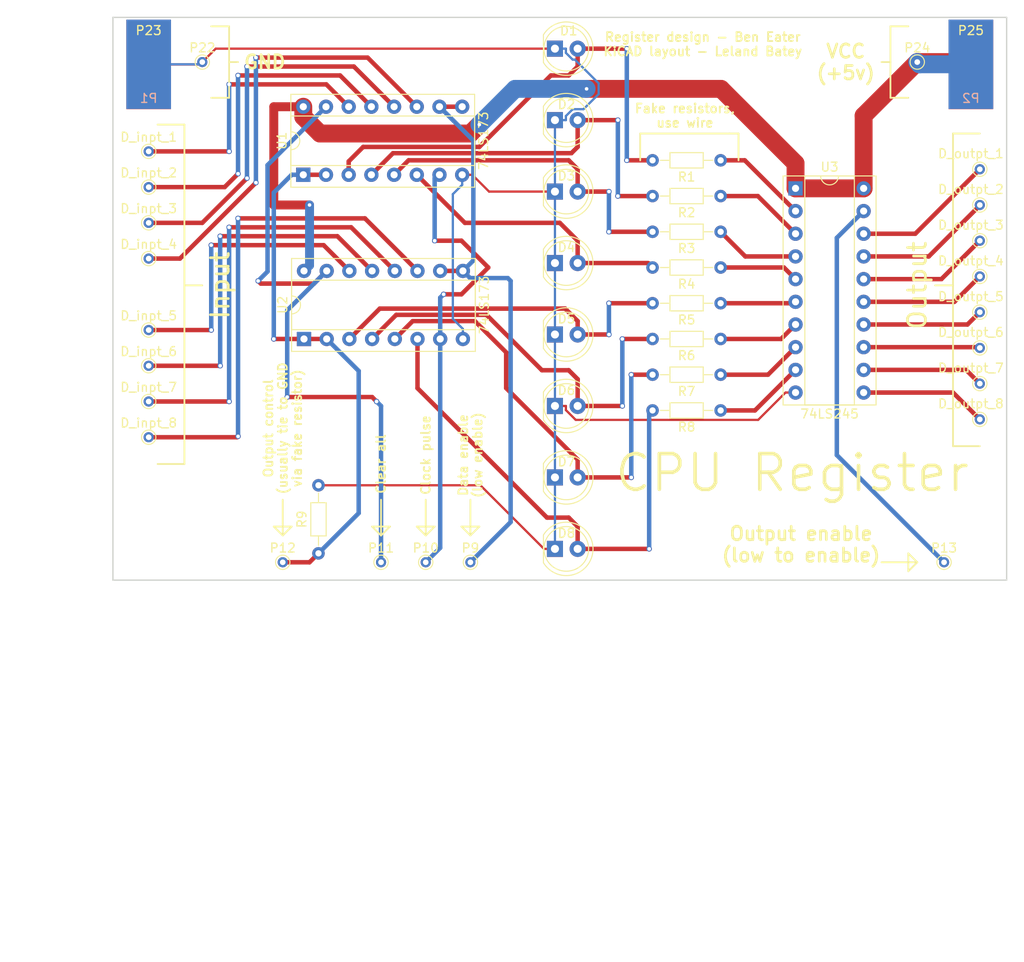
<source format=kicad_pcb>
(kicad_pcb (version 20171130) (host pcbnew "(5.1.12)-1")

  (general
    (thickness 1.6)
    (drawings 58)
    (tracks 280)
    (zones 0)
    (modules 47)
    (nets 40)
  )

  (page A4)
  (layers
    (0 F.Cu signal)
    (31 B.Cu signal)
    (32 B.Adhes user)
    (33 F.Adhes user)
    (34 B.Paste user)
    (35 F.Paste user)
    (36 B.SilkS user)
    (37 F.SilkS user)
    (38 B.Mask user)
    (39 F.Mask user)
    (40 Dwgs.User user)
    (41 Cmts.User user)
    (42 Eco1.User user)
    (43 Eco2.User user)
    (44 Edge.Cuts user)
    (45 Margin user)
    (46 B.CrtYd user)
    (47 F.CrtYd user)
    (48 B.Fab user)
    (49 F.Fab user)
  )

  (setup
    (last_trace_width 0.25)
    (user_trace_width 0.25)
    (user_trace_width 0.5)
    (user_trace_width 1)
    (user_trace_width 2)
    (trace_clearance 0.2)
    (zone_clearance 0.508)
    (zone_45_only no)
    (trace_min 0.2)
    (via_size 0.6)
    (via_drill 0.4)
    (via_min_size 0.4)
    (via_min_drill 0.3)
    (uvia_size 0.3)
    (uvia_drill 0.1)
    (uvias_allowed no)
    (uvia_min_size 0.2)
    (uvia_min_drill 0.1)
    (edge_width 0.15)
    (segment_width 0.2)
    (pcb_text_width 0.3)
    (pcb_text_size 1.5 1.5)
    (mod_edge_width 0.15)
    (mod_text_size 1 1)
    (mod_text_width 0.15)
    (pad_size 1.524 1.524)
    (pad_drill 0.762)
    (pad_to_mask_clearance 0.2)
    (aux_axis_origin 0 0)
    (visible_elements 7FFFFFFF)
    (pcbplotparams
      (layerselection 0x010e0_80000001)
      (usegerberextensions false)
      (usegerberattributes true)
      (usegerberadvancedattributes true)
      (creategerberjobfile true)
      (excludeedgelayer true)
      (linewidth 0.100000)
      (plotframeref false)
      (viasonmask false)
      (mode 1)
      (useauxorigin false)
      (hpglpennumber 1)
      (hpglpenspeed 20)
      (hpglpendiameter 15.000000)
      (psnegative false)
      (psa4output false)
      (plotreference true)
      (plotvalue true)
      (plotinvisibletext false)
      (padsonsilk false)
      (subtractmaskfromsilk false)
      (outputformat 1)
      (mirror false)
      (drillshape 0)
      (scaleselection 1)
      (outputdirectory "gerber_exports/"))
  )

  (net 0 "")
  (net 1 "Net-(P9-Pad1)")
  (net 2 "Net-(P10-Pad1)")
  (net 3 "Net-(P11-Pad1)")
  (net 4 "Net-(P12-Pad1)")
  (net 5 "Net-(P13-Pad1)")
  (net 6 GND)
  (net 7 VCC)
  (net 8 "Net-(R2-Pad1)")
  (net 9 "Net-(R3-Pad1)")
  (net 10 "Net-(R4-Pad1)")
  (net 11 "Net-(R5-Pad1)")
  (net 12 "Net-(R6-Pad1)")
  (net 13 "Net-(R7-Pad1)")
  (net 14 "Net-(R8-Pad1)")
  (net 15 "Net-(D1-Pad2)")
  (net 16 "Net-(D2-Pad2)")
  (net 17 "Net-(D3-Pad2)")
  (net 18 "Net-(D4-Pad2)")
  (net 19 "Net-(D5-Pad2)")
  (net 20 "Net-(D6-Pad2)")
  (net 21 "Net-(D7-Pad2)")
  (net 22 "Net-(D8-Pad2)")
  (net 23 "Net-(D_inpt_1-Pad1)")
  (net 24 "Net-(D_inpt_2-Pad1)")
  (net 25 "Net-(D_inpt_3-Pad1)")
  (net 26 "Net-(D_inpt_4-Pad1)")
  (net 27 "Net-(D_inpt_5-Pad1)")
  (net 28 "Net-(D_inpt_6-Pad1)")
  (net 29 "Net-(D_inpt_7-Pad1)")
  (net 30 "Net-(D_inpt_8-Pad1)")
  (net 31 "Net-(D_outpt_1-Pad1)")
  (net 32 "Net-(D_outpt_2-Pad1)")
  (net 33 "Net-(D_outpt_3-Pad1)")
  (net 34 "Net-(D_outpt_4-Pad1)")
  (net 35 "Net-(D_outpt_5-Pad1)")
  (net 36 "Net-(D_outpt_6-Pad1)")
  (net 37 "Net-(D_outpt_7-Pad1)")
  (net 38 "Net-(D_outpt_8-Pad1)")
  (net 39 "Net-(R1-Pad1)")

  (net_class Default "This is the default net class."
    (clearance 0.2)
    (trace_width 0.25)
    (via_dia 0.6)
    (via_drill 0.4)
    (uvia_dia 0.3)
    (uvia_drill 0.1)
    (add_net GND)
    (add_net "Net-(D1-Pad2)")
    (add_net "Net-(D2-Pad2)")
    (add_net "Net-(D3-Pad2)")
    (add_net "Net-(D4-Pad2)")
    (add_net "Net-(D5-Pad2)")
    (add_net "Net-(D6-Pad2)")
    (add_net "Net-(D7-Pad2)")
    (add_net "Net-(D8-Pad2)")
    (add_net "Net-(D_inpt_1-Pad1)")
    (add_net "Net-(D_inpt_2-Pad1)")
    (add_net "Net-(D_inpt_3-Pad1)")
    (add_net "Net-(D_inpt_4-Pad1)")
    (add_net "Net-(D_inpt_5-Pad1)")
    (add_net "Net-(D_inpt_6-Pad1)")
    (add_net "Net-(D_inpt_7-Pad1)")
    (add_net "Net-(D_inpt_8-Pad1)")
    (add_net "Net-(D_outpt_1-Pad1)")
    (add_net "Net-(D_outpt_2-Pad1)")
    (add_net "Net-(D_outpt_3-Pad1)")
    (add_net "Net-(D_outpt_4-Pad1)")
    (add_net "Net-(D_outpt_5-Pad1)")
    (add_net "Net-(D_outpt_6-Pad1)")
    (add_net "Net-(D_outpt_7-Pad1)")
    (add_net "Net-(D_outpt_8-Pad1)")
    (add_net "Net-(P10-Pad1)")
    (add_net "Net-(P11-Pad1)")
    (add_net "Net-(P12-Pad1)")
    (add_net "Net-(P13-Pad1)")
    (add_net "Net-(P9-Pad1)")
    (add_net "Net-(R1-Pad1)")
    (add_net "Net-(R2-Pad1)")
    (add_net "Net-(R3-Pad1)")
    (add_net "Net-(R4-Pad1)")
    (add_net "Net-(R5-Pad1)")
    (add_net "Net-(R6-Pad1)")
    (add_net "Net-(R7-Pad1)")
    (add_net "Net-(R8-Pad1)")
    (add_net VCC)
  )

  (module Housings_DIP:DIP-16_W7.62mm_Socket (layer F.Cu) (tedit 58E83D26) (tstamp 58E8044A)
    (at 71.3 67.62 90)
    (descr "16-lead dip package, row spacing 7.62 mm (300 mils), Socket")
    (tags "DIL DIP PDIP 2.54mm 7.62mm 300mil Socket")
    (path /58E7EE89)
    (fp_text reference U1 (at 3.81 -2.39 90) (layer F.SilkS)
      (effects (font (size 1 1) (thickness 0.15)))
    )
    (fp_text value 74LS173 (at 3.81 20.17 90) (layer F.SilkS)
      (effects (font (size 1 1) (thickness 0.15)))
    )
    (fp_line (start 9.3 -1.7) (end -1.7 -1.7) (layer F.CrtYd) (width 0.05))
    (fp_line (start 9.3 19.5) (end 9.3 -1.7) (layer F.CrtYd) (width 0.05))
    (fp_line (start -1.7 19.5) (end 9.3 19.5) (layer F.CrtYd) (width 0.05))
    (fp_line (start -1.7 -1.7) (end -1.7 19.5) (layer F.CrtYd) (width 0.05))
    (fp_line (start 9.01 -1.39) (end -1.39 -1.39) (layer F.SilkS) (width 0.12))
    (fp_line (start 9.01 19.17) (end 9.01 -1.39) (layer F.SilkS) (width 0.12))
    (fp_line (start -1.39 19.17) (end 9.01 19.17) (layer F.SilkS) (width 0.12))
    (fp_line (start -1.39 -1.39) (end -1.39 19.17) (layer F.SilkS) (width 0.12))
    (fp_line (start 6.58 -1.39) (end 4.81 -1.39) (layer F.SilkS) (width 0.12))
    (fp_line (start 6.58 19.17) (end 6.58 -1.39) (layer F.SilkS) (width 0.12))
    (fp_line (start 1.04 19.17) (end 6.58 19.17) (layer F.SilkS) (width 0.12))
    (fp_line (start 1.04 -1.39) (end 1.04 19.17) (layer F.SilkS) (width 0.12))
    (fp_line (start 2.81 -1.39) (end 1.04 -1.39) (layer F.SilkS) (width 0.12))
    (fp_line (start 8.89 -1.27) (end -1.27 -1.27) (layer F.Fab) (width 0.1))
    (fp_line (start 8.89 19.05) (end 8.89 -1.27) (layer F.Fab) (width 0.1))
    (fp_line (start -1.27 19.05) (end 8.89 19.05) (layer F.Fab) (width 0.1))
    (fp_line (start -1.27 -1.27) (end -1.27 19.05) (layer F.Fab) (width 0.1))
    (fp_line (start 0.635 -0.27) (end 1.635 -1.27) (layer F.Fab) (width 0.1))
    (fp_line (start 0.635 19.05) (end 0.635 -0.27) (layer F.Fab) (width 0.1))
    (fp_line (start 6.985 19.05) (end 0.635 19.05) (layer F.Fab) (width 0.1))
    (fp_line (start 6.985 -1.27) (end 6.985 19.05) (layer F.Fab) (width 0.1))
    (fp_line (start 1.635 -1.27) (end 6.985 -1.27) (layer F.Fab) (width 0.1))
    (fp_text user %R (at 3.81 8.89 90) (layer F.Fab)
      (effects (font (size 1 1) (thickness 0.15)))
    )
    (fp_arc (start 3.81 -1.39) (end 2.81 -1.39) (angle -180) (layer F.SilkS) (width 0.12))
    (pad 1 thru_hole rect (at 0 0 90) (size 1.6 1.6) (drill 0.8) (layers *.Cu *.Mask)
      (net 4 "Net-(P12-Pad1)"))
    (pad 9 thru_hole oval (at 7.62 17.78 90) (size 1.6 1.6) (drill 0.8) (layers *.Cu *.Mask)
      (net 1 "Net-(P9-Pad1)"))
    (pad 2 thru_hole oval (at 0 2.54 90) (size 1.6 1.6) (drill 0.8) (layers *.Cu *.Mask)
      (net 4 "Net-(P12-Pad1)"))
    (pad 10 thru_hole oval (at 7.62 15.24 90) (size 1.6 1.6) (drill 0.8) (layers *.Cu *.Mask)
      (net 1 "Net-(P9-Pad1)"))
    (pad 3 thru_hole oval (at 0 5.08 90) (size 1.6 1.6) (drill 0.8) (layers *.Cu *.Mask)
      (net 15 "Net-(D1-Pad2)"))
    (pad 11 thru_hole oval (at 7.62 12.7 90) (size 1.6 1.6) (drill 0.8) (layers *.Cu *.Mask)
      (net 26 "Net-(D_inpt_4-Pad1)"))
    (pad 4 thru_hole oval (at 0 7.62 90) (size 1.6 1.6) (drill 0.8) (layers *.Cu *.Mask)
      (net 16 "Net-(D2-Pad2)"))
    (pad 12 thru_hole oval (at 7.62 10.16 90) (size 1.6 1.6) (drill 0.8) (layers *.Cu *.Mask)
      (net 25 "Net-(D_inpt_3-Pad1)"))
    (pad 5 thru_hole oval (at 0 10.16 90) (size 1.6 1.6) (drill 0.8) (layers *.Cu *.Mask)
      (net 17 "Net-(D3-Pad2)"))
    (pad 13 thru_hole oval (at 7.62 7.62 90) (size 1.6 1.6) (drill 0.8) (layers *.Cu *.Mask)
      (net 24 "Net-(D_inpt_2-Pad1)"))
    (pad 6 thru_hole oval (at 0 12.7 90) (size 1.6 1.6) (drill 0.8) (layers *.Cu *.Mask)
      (net 18 "Net-(D4-Pad2)"))
    (pad 14 thru_hole oval (at 7.62 5.08 90) (size 1.6 1.6) (drill 0.8) (layers *.Cu *.Mask)
      (net 23 "Net-(D_inpt_1-Pad1)"))
    (pad 7 thru_hole oval (at 0 15.24 90) (size 1.6 1.6) (drill 0.8) (layers *.Cu *.Mask)
      (net 2 "Net-(P10-Pad1)"))
    (pad 15 thru_hole oval (at 7.62 2.54 90) (size 1.6 1.6) (drill 0.8) (layers *.Cu *.Mask)
      (net 3 "Net-(P11-Pad1)"))
    (pad 8 thru_hole oval (at 0 17.78 90) (size 1.6 1.6) (drill 0.8) (layers *.Cu *.Mask)
      (net 6 GND))
    (pad 16 thru_hole oval (at 7.62 0 90) (size 1.6 1.6) (drill 0.8) (layers *.Cu *.Mask)
      (net 7 VCC))
    (model Housings_DIP.3dshapes/DIP-16_W7.62mm_Socket.wrl
      (at (xyz 0 0 0))
      (scale (xyz 1 1 1))
      (rotate (xyz 0 0 0))
    )
  )

  (module Connectors:PINTST (layer F.Cu) (tedit 58613369) (tstamp 58E803BF)
    (at 69 111)
    (descr "module 1 pin (ou trou mecanique de percage)")
    (tags DEV)
    (path /58E81269)
    (fp_text reference P12 (at 0 -1.6) (layer F.SilkS)
      (effects (font (size 1 1) (thickness 0.15)))
    )
    (fp_text value CONN_01X01 (at 0 1.6) (layer F.Fab)
      (effects (font (size 1 1) (thickness 0.15)))
    )
    (fp_circle (center 0 0) (end -0.254 -0.762) (layer F.SilkS) (width 0.12))
    (fp_circle (center 0 0) (end 0.4 0.6) (layer F.Fab) (width 0.1))
    (fp_circle (center 0 0) (end 1.1 0) (layer F.CrtYd) (width 0.05))
    (pad 1 thru_hole circle (at 0 0) (size 1.143 1.143) (drill 0.635) (layers *.Cu *.Mask)
      (net 4 "Net-(P12-Pad1)"))
    (model Connectors.3dshapes/PINTST.wrl
      (at (xyz 0 0 0))
      (scale (xyz 1 1 1))
      (rotate (xyz 0 0 0))
    )
  )

  (module Connectors:PINTST (layer F.Cu) (tedit 58613369) (tstamp 58E803C4)
    (at 143 111)
    (descr "module 1 pin (ou trou mecanique de percage)")
    (tags DEV)
    (path /58E83CD4)
    (fp_text reference P13 (at 0 -1.6) (layer F.SilkS)
      (effects (font (size 1 1) (thickness 0.15)))
    )
    (fp_text value CONN_01X01 (at 0 1.6) (layer F.Fab)
      (effects (font (size 1 1) (thickness 0.15)))
    )
    (fp_circle (center 0 0) (end -0.254 -0.762) (layer F.SilkS) (width 0.12))
    (fp_circle (center 0 0) (end 0.4 0.6) (layer F.Fab) (width 0.1))
    (fp_circle (center 0 0) (end 1.1 0) (layer F.CrtYd) (width 0.05))
    (pad 1 thru_hole circle (at 0 0) (size 1.143 1.143) (drill 0.635) (layers *.Cu *.Mask)
      (net 5 "Net-(P13-Pad1)"))
    (model Connectors.3dshapes/PINTST.wrl
      (at (xyz 0 0 0))
      (scale (xyz 1 1 1))
      (rotate (xyz 0 0 0))
    )
  )

  (module Connectors:PINTST (layer F.Cu) (tedit 58613369) (tstamp 58E803F1)
    (at 60 55)
    (descr "module 1 pin (ou trou mecanique de percage)")
    (tags DEV)
    (path /58E81B2E)
    (fp_text reference P22 (at 0 -1.6) (layer F.SilkS)
      (effects (font (size 1 1) (thickness 0.15)))
    )
    (fp_text value CONN_01X01 (at 0 1.6) (layer F.Fab)
      (effects (font (size 1 1) (thickness 0.15)))
    )
    (fp_circle (center 0 0) (end -0.254 -0.762) (layer F.SilkS) (width 0.12))
    (fp_circle (center 0 0) (end 0.4 0.6) (layer F.Fab) (width 0.1))
    (fp_circle (center 0 0) (end 1.1 0) (layer F.CrtYd) (width 0.05))
    (pad 1 thru_hole circle (at 0 0) (size 1.143 1.143) (drill 0.635) (layers *.Cu *.Mask)
      (net 6 GND))
    (model Connectors.3dshapes/PINTST.wrl
      (at (xyz 0 0 0))
      (scale (xyz 1 1 1))
      (rotate (xyz 0 0 0))
    )
  )

  (module Wire_Pads:SolderWirePad_single_SMD_5x10mm (layer F.Cu) (tedit 5640A485) (tstamp 58E803F6)
    (at 54 55.275)
    (descr "Wire Pad, Square, SMD Pad,  5mm x 10mm,")
    (tags "MesurementPoint Square SMDPad 5mmx10mm ")
    (path /58E81D7D)
    (attr smd)
    (fp_text reference P23 (at 0 -3.81) (layer F.SilkS)
      (effects (font (size 1 1) (thickness 0.15)))
    )
    (fp_text value CONN_01X01 (at 0 6.35) (layer F.Fab)
      (effects (font (size 1 1) (thickness 0.15)))
    )
    (fp_line (start -2.75 -5.25) (end -2.75 5.25) (layer F.CrtYd) (width 0.05))
    (fp_line (start -2.75 5.25) (end 2.75 5.25) (layer F.CrtYd) (width 0.05))
    (fp_line (start 2.75 5.25) (end 2.75 -5.25) (layer F.CrtYd) (width 0.05))
    (fp_line (start 2.75 -5.25) (end -2.75 -5.25) (layer F.CrtYd) (width 0.05))
    (pad 1 smd rect (at 0 0) (size 5 10) (layers F.Cu F.Paste F.Mask)
      (net 6 GND))
  )

  (module Connectors:PINTST (layer F.Cu) (tedit 58613369) (tstamp 58E803FB)
    (at 140 55)
    (descr "module 1 pin (ou trou mecanique de percage)")
    (tags DEV)
    (path /58E82042)
    (fp_text reference P24 (at 0 -1.6) (layer F.SilkS)
      (effects (font (size 1 1) (thickness 0.15)))
    )
    (fp_text value CONN_01X01 (at 0 1.6) (layer F.Fab)
      (effects (font (size 1 1) (thickness 0.15)))
    )
    (fp_circle (center 0 0) (end -0.254 -0.762) (layer F.SilkS) (width 0.12))
    (fp_circle (center 0 0) (end 0.4 0.6) (layer F.Fab) (width 0.1))
    (fp_circle (center 0 0) (end 1.1 0) (layer F.CrtYd) (width 0.05))
    (pad 1 thru_hole circle (at 0 0) (size 1.143 1.143) (drill 0.635) (layers *.Cu *.Mask)
      (net 7 VCC))
    (model Connectors.3dshapes/PINTST.wrl
      (at (xyz 0 0 0))
      (scale (xyz 1 1 1))
      (rotate (xyz 0 0 0))
    )
  )

  (module Wire_Pads:SolderWirePad_single_SMD_5x10mm (layer F.Cu) (tedit 5640A485) (tstamp 0)
    (at 146 55.275)
    (descr "Wire Pad, Square, SMD Pad,  5mm x 10mm,")
    (tags "MesurementPoint Square SMDPad 5mmx10mm ")
    (path /58E81F44)
    (attr smd)
    (fp_text reference P25 (at 0 -3.81) (layer F.SilkS)
      (effects (font (size 1 1) (thickness 0.15)))
    )
    (fp_text value CONN_01X01 (at 0 6.35) (layer F.Fab)
      (effects (font (size 1 1) (thickness 0.15)))
    )
    (fp_line (start -2.75 -5.25) (end -2.75 5.25) (layer F.CrtYd) (width 0.05))
    (fp_line (start -2.75 5.25) (end 2.75 5.25) (layer F.CrtYd) (width 0.05))
    (fp_line (start 2.75 5.25) (end 2.75 -5.25) (layer F.CrtYd) (width 0.05))
    (fp_line (start 2.75 -5.25) (end -2.75 -5.25) (layer F.CrtYd) (width 0.05))
    (pad 1 smd rect (at 0 0) (size 5 10) (layers F.Cu F.Paste F.Mask)
      (net 7 VCC))
  )

  (module Housings_DIP:DIP-16_W7.62mm_Socket (layer F.Cu) (tedit 58E83D1F) (tstamp 58E8045E)
    (at 71.38 86 90)
    (descr "16-lead dip package, row spacing 7.62 mm (300 mils), Socket")
    (tags "DIL DIP PDIP 2.54mm 7.62mm 300mil Socket")
    (path /58E7EF64)
    (fp_text reference U2 (at 3.81 -2.39 90) (layer F.SilkS)
      (effects (font (size 1 1) (thickness 0.15)))
    )
    (fp_text value 74LS173 (at 3.81 20.17 90) (layer F.SilkS)
      (effects (font (size 1 1) (thickness 0.15)))
    )
    (fp_line (start 9.3 -1.7) (end -1.7 -1.7) (layer F.CrtYd) (width 0.05))
    (fp_line (start 9.3 19.5) (end 9.3 -1.7) (layer F.CrtYd) (width 0.05))
    (fp_line (start -1.7 19.5) (end 9.3 19.5) (layer F.CrtYd) (width 0.05))
    (fp_line (start -1.7 -1.7) (end -1.7 19.5) (layer F.CrtYd) (width 0.05))
    (fp_line (start 9.01 -1.39) (end -1.39 -1.39) (layer F.SilkS) (width 0.12))
    (fp_line (start 9.01 19.17) (end 9.01 -1.39) (layer F.SilkS) (width 0.12))
    (fp_line (start -1.39 19.17) (end 9.01 19.17) (layer F.SilkS) (width 0.12))
    (fp_line (start -1.39 -1.39) (end -1.39 19.17) (layer F.SilkS) (width 0.12))
    (fp_line (start 6.58 -1.39) (end 4.81 -1.39) (layer F.SilkS) (width 0.12))
    (fp_line (start 6.58 19.17) (end 6.58 -1.39) (layer F.SilkS) (width 0.12))
    (fp_line (start 1.04 19.17) (end 6.58 19.17) (layer F.SilkS) (width 0.12))
    (fp_line (start 1.04 -1.39) (end 1.04 19.17) (layer F.SilkS) (width 0.12))
    (fp_line (start 2.81 -1.39) (end 1.04 -1.39) (layer F.SilkS) (width 0.12))
    (fp_line (start 8.89 -1.27) (end -1.27 -1.27) (layer F.Fab) (width 0.1))
    (fp_line (start 8.89 19.05) (end 8.89 -1.27) (layer F.Fab) (width 0.1))
    (fp_line (start -1.27 19.05) (end 8.89 19.05) (layer F.Fab) (width 0.1))
    (fp_line (start -1.27 -1.27) (end -1.27 19.05) (layer F.Fab) (width 0.1))
    (fp_line (start 0.635 -0.27) (end 1.635 -1.27) (layer F.Fab) (width 0.1))
    (fp_line (start 0.635 19.05) (end 0.635 -0.27) (layer F.Fab) (width 0.1))
    (fp_line (start 6.985 19.05) (end 0.635 19.05) (layer F.Fab) (width 0.1))
    (fp_line (start 6.985 -1.27) (end 6.985 19.05) (layer F.Fab) (width 0.1))
    (fp_line (start 1.635 -1.27) (end 6.985 -1.27) (layer F.Fab) (width 0.1))
    (fp_text user %R (at 3.81 8.89 90) (layer F.Fab)
      (effects (font (size 1 1) (thickness 0.15)))
    )
    (fp_arc (start 3.81 -1.39) (end 2.81 -1.39) (angle -180) (layer F.SilkS) (width 0.12))
    (pad 1 thru_hole rect (at 0 0 90) (size 1.6 1.6) (drill 0.8) (layers *.Cu *.Mask)
      (net 4 "Net-(P12-Pad1)"))
    (pad 9 thru_hole oval (at 7.62 17.78 90) (size 1.6 1.6) (drill 0.8) (layers *.Cu *.Mask)
      (net 1 "Net-(P9-Pad1)"))
    (pad 2 thru_hole oval (at 0 2.54 90) (size 1.6 1.6) (drill 0.8) (layers *.Cu *.Mask)
      (net 4 "Net-(P12-Pad1)"))
    (pad 10 thru_hole oval (at 7.62 15.24 90) (size 1.6 1.6) (drill 0.8) (layers *.Cu *.Mask)
      (net 1 "Net-(P9-Pad1)"))
    (pad 3 thru_hole oval (at 0 5.08 90) (size 1.6 1.6) (drill 0.8) (layers *.Cu *.Mask)
      (net 19 "Net-(D5-Pad2)"))
    (pad 11 thru_hole oval (at 7.62 12.7 90) (size 1.6 1.6) (drill 0.8) (layers *.Cu *.Mask)
      (net 30 "Net-(D_inpt_8-Pad1)"))
    (pad 4 thru_hole oval (at 0 7.62 90) (size 1.6 1.6) (drill 0.8) (layers *.Cu *.Mask)
      (net 20 "Net-(D6-Pad2)"))
    (pad 12 thru_hole oval (at 7.62 10.16 90) (size 1.6 1.6) (drill 0.8) (layers *.Cu *.Mask)
      (net 29 "Net-(D_inpt_7-Pad1)"))
    (pad 5 thru_hole oval (at 0 10.16 90) (size 1.6 1.6) (drill 0.8) (layers *.Cu *.Mask)
      (net 21 "Net-(D7-Pad2)"))
    (pad 13 thru_hole oval (at 7.62 7.62 90) (size 1.6 1.6) (drill 0.8) (layers *.Cu *.Mask)
      (net 28 "Net-(D_inpt_6-Pad1)"))
    (pad 6 thru_hole oval (at 0 12.7 90) (size 1.6 1.6) (drill 0.8) (layers *.Cu *.Mask)
      (net 22 "Net-(D8-Pad2)"))
    (pad 14 thru_hole oval (at 7.62 5.08 90) (size 1.6 1.6) (drill 0.8) (layers *.Cu *.Mask)
      (net 27 "Net-(D_inpt_5-Pad1)"))
    (pad 7 thru_hole oval (at 0 15.24 90) (size 1.6 1.6) (drill 0.8) (layers *.Cu *.Mask)
      (net 2 "Net-(P10-Pad1)"))
    (pad 15 thru_hole oval (at 7.62 2.54 90) (size 1.6 1.6) (drill 0.8) (layers *.Cu *.Mask)
      (net 3 "Net-(P11-Pad1)"))
    (pad 8 thru_hole oval (at 0 17.78 90) (size 1.6 1.6) (drill 0.8) (layers *.Cu *.Mask)
      (net 6 GND))
    (pad 16 thru_hole oval (at 7.62 0 90) (size 1.6 1.6) (drill 0.8) (layers *.Cu *.Mask)
      (net 7 VCC))
    (model Housings_DIP.3dshapes/DIP-16_W7.62mm_Socket.wrl
      (at (xyz 0 0 0))
      (scale (xyz 1 1 1))
      (rotate (xyz 0 0 0))
    )
  )

  (module Housings_DIP:DIP-20_W7.62mm_Socket (layer F.Cu) (tedit 58E83D15) (tstamp 0)
    (at 126.38 69.14)
    (descr "20-lead dip package, row spacing 7.62 mm (300 mils), Socket")
    (tags "DIL DIP PDIP 2.54mm 7.62mm 300mil Socket")
    (path /58E7EFBF)
    (fp_text reference U3 (at 3.81 -2.39) (layer F.SilkS)
      (effects (font (size 1 1) (thickness 0.15)))
    )
    (fp_text value 74LS245 (at 3.81 25.25) (layer F.SilkS)
      (effects (font (size 1 1) (thickness 0.15)))
    )
    (fp_line (start 9.3 -1.7) (end -1.7 -1.7) (layer F.CrtYd) (width 0.05))
    (fp_line (start 9.3 24.5) (end 9.3 -1.7) (layer F.CrtYd) (width 0.05))
    (fp_line (start -1.7 24.5) (end 9.3 24.5) (layer F.CrtYd) (width 0.05))
    (fp_line (start -1.7 -1.7) (end -1.7 24.5) (layer F.CrtYd) (width 0.05))
    (fp_line (start 9.01 -1.39) (end -1.39 -1.39) (layer F.SilkS) (width 0.12))
    (fp_line (start 9.01 24.25) (end 9.01 -1.39) (layer F.SilkS) (width 0.12))
    (fp_line (start -1.39 24.25) (end 9.01 24.25) (layer F.SilkS) (width 0.12))
    (fp_line (start -1.39 -1.39) (end -1.39 24.25) (layer F.SilkS) (width 0.12))
    (fp_line (start 6.58 -1.39) (end 4.81 -1.39) (layer F.SilkS) (width 0.12))
    (fp_line (start 6.58 24.25) (end 6.58 -1.39) (layer F.SilkS) (width 0.12))
    (fp_line (start 1.04 24.25) (end 6.58 24.25) (layer F.SilkS) (width 0.12))
    (fp_line (start 1.04 -1.39) (end 1.04 24.25) (layer F.SilkS) (width 0.12))
    (fp_line (start 2.81 -1.39) (end 1.04 -1.39) (layer F.SilkS) (width 0.12))
    (fp_line (start 8.89 -1.27) (end -1.27 -1.27) (layer F.Fab) (width 0.1))
    (fp_line (start 8.89 24.13) (end 8.89 -1.27) (layer F.Fab) (width 0.1))
    (fp_line (start -1.27 24.13) (end 8.89 24.13) (layer F.Fab) (width 0.1))
    (fp_line (start -1.27 -1.27) (end -1.27 24.13) (layer F.Fab) (width 0.1))
    (fp_line (start 0.635 -0.27) (end 1.635 -1.27) (layer F.Fab) (width 0.1))
    (fp_line (start 0.635 24.13) (end 0.635 -0.27) (layer F.Fab) (width 0.1))
    (fp_line (start 6.985 24.13) (end 0.635 24.13) (layer F.Fab) (width 0.1))
    (fp_line (start 6.985 -1.27) (end 6.985 24.13) (layer F.Fab) (width 0.1))
    (fp_line (start 1.635 -1.27) (end 6.985 -1.27) (layer F.Fab) (width 0.1))
    (fp_text user %R (at 3.81 11.43) (layer F.Fab)
      (effects (font (size 1 1) (thickness 0.15)))
    )
    (fp_arc (start 3.81 -1.39) (end 2.81 -1.39) (angle -180) (layer F.SilkS) (width 0.12))
    (pad 1 thru_hole rect (at 0 0) (size 1.6 1.6) (drill 0.8) (layers *.Cu *.Mask)
      (net 7 VCC))
    (pad 11 thru_hole oval (at 7.62 22.86) (size 1.6 1.6) (drill 0.8) (layers *.Cu *.Mask)
      (net 38 "Net-(D_outpt_8-Pad1)"))
    (pad 2 thru_hole oval (at 0 2.54) (size 1.6 1.6) (drill 0.8) (layers *.Cu *.Mask)
      (net 39 "Net-(R1-Pad1)"))
    (pad 12 thru_hole oval (at 7.62 20.32) (size 1.6 1.6) (drill 0.8) (layers *.Cu *.Mask)
      (net 37 "Net-(D_outpt_7-Pad1)"))
    (pad 3 thru_hole oval (at 0 5.08) (size 1.6 1.6) (drill 0.8) (layers *.Cu *.Mask)
      (net 8 "Net-(R2-Pad1)"))
    (pad 13 thru_hole oval (at 7.62 17.78) (size 1.6 1.6) (drill 0.8) (layers *.Cu *.Mask)
      (net 36 "Net-(D_outpt_6-Pad1)"))
    (pad 4 thru_hole oval (at 0 7.62) (size 1.6 1.6) (drill 0.8) (layers *.Cu *.Mask)
      (net 9 "Net-(R3-Pad1)"))
    (pad 14 thru_hole oval (at 7.62 15.24) (size 1.6 1.6) (drill 0.8) (layers *.Cu *.Mask)
      (net 35 "Net-(D_outpt_5-Pad1)"))
    (pad 5 thru_hole oval (at 0 10.16) (size 1.6 1.6) (drill 0.8) (layers *.Cu *.Mask)
      (net 10 "Net-(R4-Pad1)"))
    (pad 15 thru_hole oval (at 7.62 12.7) (size 1.6 1.6) (drill 0.8) (layers *.Cu *.Mask)
      (net 34 "Net-(D_outpt_4-Pad1)"))
    (pad 6 thru_hole oval (at 0 12.7) (size 1.6 1.6) (drill 0.8) (layers *.Cu *.Mask)
      (net 11 "Net-(R5-Pad1)"))
    (pad 16 thru_hole oval (at 7.62 10.16) (size 1.6 1.6) (drill 0.8) (layers *.Cu *.Mask)
      (net 33 "Net-(D_outpt_3-Pad1)"))
    (pad 7 thru_hole oval (at 0 15.24) (size 1.6 1.6) (drill 0.8) (layers *.Cu *.Mask)
      (net 12 "Net-(R6-Pad1)"))
    (pad 17 thru_hole oval (at 7.62 7.62) (size 1.6 1.6) (drill 0.8) (layers *.Cu *.Mask)
      (net 32 "Net-(D_outpt_2-Pad1)"))
    (pad 8 thru_hole oval (at 0 17.78) (size 1.6 1.6) (drill 0.8) (layers *.Cu *.Mask)
      (net 13 "Net-(R7-Pad1)"))
    (pad 18 thru_hole oval (at 7.62 5.08) (size 1.6 1.6) (drill 0.8) (layers *.Cu *.Mask)
      (net 31 "Net-(D_outpt_1-Pad1)"))
    (pad 9 thru_hole oval (at 0 20.32) (size 1.6 1.6) (drill 0.8) (layers *.Cu *.Mask)
      (net 14 "Net-(R8-Pad1)"))
    (pad 19 thru_hole oval (at 7.62 2.54) (size 1.6 1.6) (drill 0.8) (layers *.Cu *.Mask)
      (net 5 "Net-(P13-Pad1)"))
    (pad 10 thru_hole oval (at 0 22.86) (size 1.6 1.6) (drill 0.8) (layers *.Cu *.Mask)
      (net 6 GND))
    (pad 20 thru_hole oval (at 7.62 0) (size 1.6 1.6) (drill 0.8) (layers *.Cu *.Mask)
      (net 7 VCC))
    (model Housings_DIP.3dshapes/DIP-20_W7.62mm_Socket.wrl
      (at (xyz 0 0 0))
      (scale (xyz 1 1 1))
      (rotate (xyz 0 0 0))
    )
  )

  (module LEDs:LED_D5.0mm (layer F.Cu) (tedit 587A3A7B) (tstamp 0)
    (at 99.46 53.5)
    (descr "LED, diameter 5.0mm, 2 pins, http://cdn-reichelt.de/documents/datenblatt/A500/LL-504BC2E-009.pdf")
    (tags "LED diameter 5.0mm 2 pins")
    (path /58E881D8)
    (fp_text reference D1 (at 1.54 -2) (layer F.SilkS)
      (effects (font (size 1 1) (thickness 0.15)))
    )
    (fp_text value LED (at 1.27 3.96) (layer F.Fab)
      (effects (font (size 1 1) (thickness 0.15)))
    )
    (fp_line (start 4.5 -3.25) (end -1.95 -3.25) (layer F.CrtYd) (width 0.05))
    (fp_line (start 4.5 3.25) (end 4.5 -3.25) (layer F.CrtYd) (width 0.05))
    (fp_line (start -1.95 3.25) (end 4.5 3.25) (layer F.CrtYd) (width 0.05))
    (fp_line (start -1.95 -3.25) (end -1.95 3.25) (layer F.CrtYd) (width 0.05))
    (fp_line (start -1.29 -1.545) (end -1.29 1.545) (layer F.SilkS) (width 0.12))
    (fp_line (start -1.23 -1.469694) (end -1.23 1.469694) (layer F.Fab) (width 0.1))
    (fp_circle (center 1.27 0) (end 3.77 0) (layer F.SilkS) (width 0.12))
    (fp_circle (center 1.27 0) (end 3.77 0) (layer F.Fab) (width 0.1))
    (fp_arc (start 1.27 0) (end -1.23 -1.469694) (angle 299.1) (layer F.Fab) (width 0.1))
    (fp_arc (start 1.27 0) (end -1.29 -1.54483) (angle 148.9) (layer F.SilkS) (width 0.12))
    (fp_arc (start 1.27 0) (end -1.29 1.54483) (angle -148.9) (layer F.SilkS) (width 0.12))
    (pad 1 thru_hole rect (at 0 0) (size 1.8 1.8) (drill 0.9) (layers *.Cu *.Mask)
      (net 6 GND))
    (pad 2 thru_hole circle (at 2.54 0) (size 1.8 1.8) (drill 0.9) (layers *.Cu *.Mask)
      (net 15 "Net-(D1-Pad2)"))
    (model LEDs.3dshapes/LED_D5.0mm.wrl
      (at (xyz 0 0 0))
      (scale (xyz 0.393701 0.393701 0.393701))
      (rotate (xyz 0 0 0))
    )
  )

  (module LEDs:LED_D5.0mm (layer F.Cu) (tedit 587A3A7B) (tstamp 58E8125B)
    (at 99.46 61.5)
    (descr "LED, diameter 5.0mm, 2 pins, http://cdn-reichelt.de/documents/datenblatt/A500/LL-504BC2E-009.pdf")
    (tags "LED diameter 5.0mm 2 pins")
    (path /58E881D2)
    (fp_text reference D2 (at 1.29 -1.75) (layer F.SilkS)
      (effects (font (size 1 1) (thickness 0.15)))
    )
    (fp_text value LED (at 1.27 3.96) (layer F.Fab)
      (effects (font (size 1 1) (thickness 0.15)))
    )
    (fp_line (start 4.5 -3.25) (end -1.95 -3.25) (layer F.CrtYd) (width 0.05))
    (fp_line (start 4.5 3.25) (end 4.5 -3.25) (layer F.CrtYd) (width 0.05))
    (fp_line (start -1.95 3.25) (end 4.5 3.25) (layer F.CrtYd) (width 0.05))
    (fp_line (start -1.95 -3.25) (end -1.95 3.25) (layer F.CrtYd) (width 0.05))
    (fp_line (start -1.29 -1.545) (end -1.29 1.545) (layer F.SilkS) (width 0.12))
    (fp_line (start -1.23 -1.469694) (end -1.23 1.469694) (layer F.Fab) (width 0.1))
    (fp_circle (center 1.27 0) (end 3.77 0) (layer F.SilkS) (width 0.12))
    (fp_circle (center 1.27 0) (end 3.77 0) (layer F.Fab) (width 0.1))
    (fp_arc (start 1.27 0) (end -1.23 -1.469694) (angle 299.1) (layer F.Fab) (width 0.1))
    (fp_arc (start 1.27 0) (end -1.29 -1.54483) (angle 148.9) (layer F.SilkS) (width 0.12))
    (fp_arc (start 1.27 0) (end -1.29 1.54483) (angle -148.9) (layer F.SilkS) (width 0.12))
    (pad 1 thru_hole rect (at 0 0) (size 1.8 1.8) (drill 0.9) (layers *.Cu *.Mask)
      (net 6 GND))
    (pad 2 thru_hole circle (at 2.54 0) (size 1.8 1.8) (drill 0.9) (layers *.Cu *.Mask)
      (net 16 "Net-(D2-Pad2)"))
    (model LEDs.3dshapes/LED_D5.0mm.wrl
      (at (xyz 0 0 0))
      (scale (xyz 0.393701 0.393701 0.393701))
      (rotate (xyz 0 0 0))
    )
  )

  (module LEDs:LED_D5.0mm (layer F.Cu) (tedit 587A3A7B) (tstamp 0)
    (at 99.46 69.5)
    (descr "LED, diameter 5.0mm, 2 pins, http://cdn-reichelt.de/documents/datenblatt/A500/LL-504BC2E-009.pdf")
    (tags "LED diameter 5.0mm 2 pins")
    (path /58E881CC)
    (fp_text reference D3 (at 1.29 -1.75) (layer F.SilkS)
      (effects (font (size 1 1) (thickness 0.15)))
    )
    (fp_text value LED (at 1.27 3.96) (layer F.Fab)
      (effects (font (size 1 1) (thickness 0.15)))
    )
    (fp_line (start 4.5 -3.25) (end -1.95 -3.25) (layer F.CrtYd) (width 0.05))
    (fp_line (start 4.5 3.25) (end 4.5 -3.25) (layer F.CrtYd) (width 0.05))
    (fp_line (start -1.95 3.25) (end 4.5 3.25) (layer F.CrtYd) (width 0.05))
    (fp_line (start -1.95 -3.25) (end -1.95 3.25) (layer F.CrtYd) (width 0.05))
    (fp_line (start -1.29 -1.545) (end -1.29 1.545) (layer F.SilkS) (width 0.12))
    (fp_line (start -1.23 -1.469694) (end -1.23 1.469694) (layer F.Fab) (width 0.1))
    (fp_circle (center 1.27 0) (end 3.77 0) (layer F.SilkS) (width 0.12))
    (fp_circle (center 1.27 0) (end 3.77 0) (layer F.Fab) (width 0.1))
    (fp_arc (start 1.27 0) (end -1.23 -1.469694) (angle 299.1) (layer F.Fab) (width 0.1))
    (fp_arc (start 1.27 0) (end -1.29 -1.54483) (angle 148.9) (layer F.SilkS) (width 0.12))
    (fp_arc (start 1.27 0) (end -1.29 1.54483) (angle -148.9) (layer F.SilkS) (width 0.12))
    (pad 1 thru_hole rect (at 0 0) (size 1.8 1.8) (drill 0.9) (layers *.Cu *.Mask)
      (net 6 GND))
    (pad 2 thru_hole circle (at 2.54 0) (size 1.8 1.8) (drill 0.9) (layers *.Cu *.Mask)
      (net 17 "Net-(D3-Pad2)"))
    (model LEDs.3dshapes/LED_D5.0mm.wrl
      (at (xyz 0 0 0))
      (scale (xyz 0.393701 0.393701 0.393701))
      (rotate (xyz 0 0 0))
    )
  )

  (module LEDs:LED_D5.0mm (layer F.Cu) (tedit 587A3A7B) (tstamp 0)
    (at 99.46 77.5)
    (descr "LED, diameter 5.0mm, 2 pins, http://cdn-reichelt.de/documents/datenblatt/A500/LL-504BC2E-009.pdf")
    (tags "LED diameter 5.0mm 2 pins")
    (path /58E881C6)
    (fp_text reference D4 (at 1.29 -1.75) (layer F.SilkS)
      (effects (font (size 1 1) (thickness 0.15)))
    )
    (fp_text value LED (at 1.27 3.96) (layer F.Fab)
      (effects (font (size 1 1) (thickness 0.15)))
    )
    (fp_line (start 4.5 -3.25) (end -1.95 -3.25) (layer F.CrtYd) (width 0.05))
    (fp_line (start 4.5 3.25) (end 4.5 -3.25) (layer F.CrtYd) (width 0.05))
    (fp_line (start -1.95 3.25) (end 4.5 3.25) (layer F.CrtYd) (width 0.05))
    (fp_line (start -1.95 -3.25) (end -1.95 3.25) (layer F.CrtYd) (width 0.05))
    (fp_line (start -1.29 -1.545) (end -1.29 1.545) (layer F.SilkS) (width 0.12))
    (fp_line (start -1.23 -1.469694) (end -1.23 1.469694) (layer F.Fab) (width 0.1))
    (fp_circle (center 1.27 0) (end 3.77 0) (layer F.SilkS) (width 0.12))
    (fp_circle (center 1.27 0) (end 3.77 0) (layer F.Fab) (width 0.1))
    (fp_arc (start 1.27 0) (end -1.23 -1.469694) (angle 299.1) (layer F.Fab) (width 0.1))
    (fp_arc (start 1.27 0) (end -1.29 -1.54483) (angle 148.9) (layer F.SilkS) (width 0.12))
    (fp_arc (start 1.27 0) (end -1.29 1.54483) (angle -148.9) (layer F.SilkS) (width 0.12))
    (pad 1 thru_hole rect (at 0 0) (size 1.8 1.8) (drill 0.9) (layers *.Cu *.Mask)
      (net 6 GND))
    (pad 2 thru_hole circle (at 2.54 0) (size 1.8 1.8) (drill 0.9) (layers *.Cu *.Mask)
      (net 18 "Net-(D4-Pad2)"))
    (model LEDs.3dshapes/LED_D5.0mm.wrl
      (at (xyz 0 0 0))
      (scale (xyz 0.393701 0.393701 0.393701))
      (rotate (xyz 0 0 0))
    )
  )

  (module LEDs:LED_D5.0mm (layer F.Cu) (tedit 587A3A7B) (tstamp 58E8126D)
    (at 99.46 85.5)
    (descr "LED, diameter 5.0mm, 2 pins, http://cdn-reichelt.de/documents/datenblatt/A500/LL-504BC2E-009.pdf")
    (tags "LED diameter 5.0mm 2 pins")
    (path /58E87C8D)
    (fp_text reference D5 (at 1.29 -1.75) (layer F.SilkS)
      (effects (font (size 1 1) (thickness 0.15)))
    )
    (fp_text value LED (at 1.27 3.96) (layer F.Fab)
      (effects (font (size 1 1) (thickness 0.15)))
    )
    (fp_line (start 4.5 -3.25) (end -1.95 -3.25) (layer F.CrtYd) (width 0.05))
    (fp_line (start 4.5 3.25) (end 4.5 -3.25) (layer F.CrtYd) (width 0.05))
    (fp_line (start -1.95 3.25) (end 4.5 3.25) (layer F.CrtYd) (width 0.05))
    (fp_line (start -1.95 -3.25) (end -1.95 3.25) (layer F.CrtYd) (width 0.05))
    (fp_line (start -1.29 -1.545) (end -1.29 1.545) (layer F.SilkS) (width 0.12))
    (fp_line (start -1.23 -1.469694) (end -1.23 1.469694) (layer F.Fab) (width 0.1))
    (fp_circle (center 1.27 0) (end 3.77 0) (layer F.SilkS) (width 0.12))
    (fp_circle (center 1.27 0) (end 3.77 0) (layer F.Fab) (width 0.1))
    (fp_arc (start 1.27 0) (end -1.23 -1.469694) (angle 299.1) (layer F.Fab) (width 0.1))
    (fp_arc (start 1.27 0) (end -1.29 -1.54483) (angle 148.9) (layer F.SilkS) (width 0.12))
    (fp_arc (start 1.27 0) (end -1.29 1.54483) (angle -148.9) (layer F.SilkS) (width 0.12))
    (pad 1 thru_hole rect (at 0 0) (size 1.8 1.8) (drill 0.9) (layers *.Cu *.Mask)
      (net 6 GND))
    (pad 2 thru_hole circle (at 2.54 0) (size 1.8 1.8) (drill 0.9) (layers *.Cu *.Mask)
      (net 19 "Net-(D5-Pad2)"))
    (model LEDs.3dshapes/LED_D5.0mm.wrl
      (at (xyz 0 0 0))
      (scale (xyz 0.393701 0.393701 0.393701))
      (rotate (xyz 0 0 0))
    )
  )

  (module LEDs:LED_D5.0mm (layer F.Cu) (tedit 587A3A7B) (tstamp 0)
    (at 99.46 93.5)
    (descr "LED, diameter 5.0mm, 2 pins, http://cdn-reichelt.de/documents/datenblatt/A500/LL-504BC2E-009.pdf")
    (tags "LED diameter 5.0mm 2 pins")
    (path /58E87BFF)
    (fp_text reference D6 (at 1.29 -1.75) (layer F.SilkS)
      (effects (font (size 1 1) (thickness 0.15)))
    )
    (fp_text value LED (at 1.27 3.96) (layer F.Fab)
      (effects (font (size 1 1) (thickness 0.15)))
    )
    (fp_line (start 4.5 -3.25) (end -1.95 -3.25) (layer F.CrtYd) (width 0.05))
    (fp_line (start 4.5 3.25) (end 4.5 -3.25) (layer F.CrtYd) (width 0.05))
    (fp_line (start -1.95 3.25) (end 4.5 3.25) (layer F.CrtYd) (width 0.05))
    (fp_line (start -1.95 -3.25) (end -1.95 3.25) (layer F.CrtYd) (width 0.05))
    (fp_line (start -1.29 -1.545) (end -1.29 1.545) (layer F.SilkS) (width 0.12))
    (fp_line (start -1.23 -1.469694) (end -1.23 1.469694) (layer F.Fab) (width 0.1))
    (fp_circle (center 1.27 0) (end 3.77 0) (layer F.SilkS) (width 0.12))
    (fp_circle (center 1.27 0) (end 3.77 0) (layer F.Fab) (width 0.1))
    (fp_arc (start 1.27 0) (end -1.23 -1.469694) (angle 299.1) (layer F.Fab) (width 0.1))
    (fp_arc (start 1.27 0) (end -1.29 -1.54483) (angle 148.9) (layer F.SilkS) (width 0.12))
    (fp_arc (start 1.27 0) (end -1.29 1.54483) (angle -148.9) (layer F.SilkS) (width 0.12))
    (pad 1 thru_hole rect (at 0 0) (size 1.8 1.8) (drill 0.9) (layers *.Cu *.Mask)
      (net 6 GND))
    (pad 2 thru_hole circle (at 2.54 0) (size 1.8 1.8) (drill 0.9) (layers *.Cu *.Mask)
      (net 20 "Net-(D6-Pad2)"))
    (model LEDs.3dshapes/LED_D5.0mm.wrl
      (at (xyz 0 0 0))
      (scale (xyz 0.393701 0.393701 0.393701))
      (rotate (xyz 0 0 0))
    )
  )

  (module LEDs:LED_D5.0mm (layer F.Cu) (tedit 587A3A7B) (tstamp 0)
    (at 99.46 101.5)
    (descr "LED, diameter 5.0mm, 2 pins, http://cdn-reichelt.de/documents/datenblatt/A500/LL-504BC2E-009.pdf")
    (tags "LED diameter 5.0mm 2 pins")
    (path /58E87A97)
    (fp_text reference D7 (at 1.29 -1.75) (layer F.SilkS)
      (effects (font (size 1 1) (thickness 0.15)))
    )
    (fp_text value LED (at 1.27 3.96) (layer F.Fab)
      (effects (font (size 1 1) (thickness 0.15)))
    )
    (fp_line (start 4.5 -3.25) (end -1.95 -3.25) (layer F.CrtYd) (width 0.05))
    (fp_line (start 4.5 3.25) (end 4.5 -3.25) (layer F.CrtYd) (width 0.05))
    (fp_line (start -1.95 3.25) (end 4.5 3.25) (layer F.CrtYd) (width 0.05))
    (fp_line (start -1.95 -3.25) (end -1.95 3.25) (layer F.CrtYd) (width 0.05))
    (fp_line (start -1.29 -1.545) (end -1.29 1.545) (layer F.SilkS) (width 0.12))
    (fp_line (start -1.23 -1.469694) (end -1.23 1.469694) (layer F.Fab) (width 0.1))
    (fp_circle (center 1.27 0) (end 3.77 0) (layer F.SilkS) (width 0.12))
    (fp_circle (center 1.27 0) (end 3.77 0) (layer F.Fab) (width 0.1))
    (fp_arc (start 1.27 0) (end -1.23 -1.469694) (angle 299.1) (layer F.Fab) (width 0.1))
    (fp_arc (start 1.27 0) (end -1.29 -1.54483) (angle 148.9) (layer F.SilkS) (width 0.12))
    (fp_arc (start 1.27 0) (end -1.29 1.54483) (angle -148.9) (layer F.SilkS) (width 0.12))
    (pad 1 thru_hole rect (at 0 0) (size 1.8 1.8) (drill 0.9) (layers *.Cu *.Mask)
      (net 6 GND))
    (pad 2 thru_hole circle (at 2.54 0) (size 1.8 1.8) (drill 0.9) (layers *.Cu *.Mask)
      (net 21 "Net-(D7-Pad2)"))
    (model LEDs.3dshapes/LED_D5.0mm.wrl
      (at (xyz 0 0 0))
      (scale (xyz 0.393701 0.393701 0.393701))
      (rotate (xyz 0 0 0))
    )
  )

  (module LEDs:LED_D5.0mm (layer F.Cu) (tedit 587A3A7B) (tstamp 58E8127F)
    (at 99.46 109.5)
    (descr "LED, diameter 5.0mm, 2 pins, http://cdn-reichelt.de/documents/datenblatt/A500/LL-504BC2E-009.pdf")
    (tags "LED diameter 5.0mm 2 pins")
    (path /58E877C8)
    (fp_text reference D8 (at 1.29 -1.75) (layer F.SilkS)
      (effects (font (size 1 1) (thickness 0.15)))
    )
    (fp_text value LED (at 1.29 1.75) (layer F.Fab)
      (effects (font (size 1 1) (thickness 0.15)))
    )
    (fp_line (start 4.5 -3.25) (end -1.95 -3.25) (layer F.CrtYd) (width 0.05))
    (fp_line (start 4.5 3.25) (end 4.5 -3.25) (layer F.CrtYd) (width 0.05))
    (fp_line (start -1.95 3.25) (end 4.5 3.25) (layer F.CrtYd) (width 0.05))
    (fp_line (start -1.95 -3.25) (end -1.95 3.25) (layer F.CrtYd) (width 0.05))
    (fp_line (start -1.29 -1.545) (end -1.29 1.545) (layer F.SilkS) (width 0.12))
    (fp_line (start -1.23 -1.469694) (end -1.23 1.469694) (layer F.Fab) (width 0.1))
    (fp_circle (center 1.27 0) (end 3.77 0) (layer F.SilkS) (width 0.12))
    (fp_circle (center 1.27 0) (end 3.77 0) (layer F.Fab) (width 0.1))
    (fp_arc (start 1.27 0) (end -1.23 -1.469694) (angle 299.1) (layer F.Fab) (width 0.1))
    (fp_arc (start 1.27 0) (end -1.29 -1.54483) (angle 148.9) (layer F.SilkS) (width 0.12))
    (fp_arc (start 1.27 0) (end -1.29 1.54483) (angle -148.9) (layer F.SilkS) (width 0.12))
    (pad 1 thru_hole rect (at 0 0) (size 1.8 1.8) (drill 0.9) (layers *.Cu *.Mask)
      (net 6 GND))
    (pad 2 thru_hole circle (at 2.54 0) (size 1.8 1.8) (drill 0.9) (layers *.Cu *.Mask)
      (net 22 "Net-(D8-Pad2)"))
    (model LEDs.3dshapes/LED_D5.0mm.wrl
      (at (xyz 0 0 0))
      (scale (xyz 0.393701 0.393701 0.393701))
      (rotate (xyz 0 0 0))
    )
  )

  (module Connectors:PINTST (layer F.Cu) (tedit 58613369) (tstamp 58EA8EE7)
    (at 90 111)
    (descr "module 1 pin (ou trou mecanique de percage)")
    (tags DEV)
    (path /58E7F933)
    (fp_text reference P9 (at 0 -1.6) (layer F.SilkS)
      (effects (font (size 1 1) (thickness 0.15)))
    )
    (fp_text value CONN_01X01 (at 0 1.6) (layer F.Fab)
      (effects (font (size 1 1) (thickness 0.15)))
    )
    (fp_circle (center 0 0) (end -0.254 -0.762) (layer F.SilkS) (width 0.12))
    (fp_circle (center 0 0) (end 0.4 0.6) (layer F.Fab) (width 0.1))
    (fp_circle (center 0 0) (end 1.1 0) (layer F.CrtYd) (width 0.05))
    (pad 1 thru_hole circle (at 0 0) (size 1.143 1.143) (drill 0.635) (layers *.Cu *.Mask)
      (net 1 "Net-(P9-Pad1)"))
    (model Connectors.3dshapes/PINTST.wrl
      (at (xyz 0 0 0))
      (scale (xyz 1 1 1))
      (rotate (xyz 0 0 0))
    )
  )

  (module Connectors:PINTST (layer F.Cu) (tedit 58613369) (tstamp 58EA8EEF)
    (at 85 111)
    (descr "module 1 pin (ou trou mecanique de percage)")
    (tags DEV)
    (path /58E7FC5C)
    (fp_text reference P10 (at 0 -1.6) (layer F.SilkS)
      (effects (font (size 1 1) (thickness 0.15)))
    )
    (fp_text value CONN_01X01 (at 0 1.6) (layer F.Fab)
      (effects (font (size 1 1) (thickness 0.15)))
    )
    (fp_circle (center 0 0) (end -0.254 -0.762) (layer F.SilkS) (width 0.12))
    (fp_circle (center 0 0) (end 0.4 0.6) (layer F.Fab) (width 0.1))
    (fp_circle (center 0 0) (end 1.1 0) (layer F.CrtYd) (width 0.05))
    (pad 1 thru_hole circle (at 0 0) (size 1.143 1.143) (drill 0.635) (layers *.Cu *.Mask)
      (net 2 "Net-(P10-Pad1)"))
    (model Connectors.3dshapes/PINTST.wrl
      (at (xyz 0 0 0))
      (scale (xyz 1 1 1))
      (rotate (xyz 0 0 0))
    )
  )

  (module Connectors:PINTST (layer F.Cu) (tedit 58613369) (tstamp 58EA8EF7)
    (at 80 111)
    (descr "module 1 pin (ou trou mecanique de percage)")
    (tags DEV)
    (path /58E80121)
    (fp_text reference P11 (at 0 -1.6) (layer F.SilkS)
      (effects (font (size 1 1) (thickness 0.15)))
    )
    (fp_text value CONN_01X01 (at 0 1.6) (layer F.Fab)
      (effects (font (size 1 1) (thickness 0.15)))
    )
    (fp_circle (center 0 0) (end -0.254 -0.762) (layer F.SilkS) (width 0.12))
    (fp_circle (center 0 0) (end 0.4 0.6) (layer F.Fab) (width 0.1))
    (fp_circle (center 0 0) (end 1.1 0) (layer F.CrtYd) (width 0.05))
    (pad 1 thru_hole circle (at 0 0) (size 1.143 1.143) (drill 0.635) (layers *.Cu *.Mask)
      (net 3 "Net-(P11-Pad1)"))
    (model Connectors.3dshapes/PINTST.wrl
      (at (xyz 0 0 0))
      (scale (xyz 1 1 1))
      (rotate (xyz 0 0 0))
    )
  )

  (module Connectors:PINTST (layer F.Cu) (tedit 58613369) (tstamp 58EA93B9)
    (at 54 65)
    (descr "module 1 pin (ou trou mecanique de percage)")
    (tags DEV)
    (path /58E7F39A)
    (fp_text reference D_inpt_1 (at 0 -1.6) (layer F.SilkS)
      (effects (font (size 1 1) (thickness 0.15)))
    )
    (fp_text value CONN_01X01 (at 0 1.6) (layer F.Fab)
      (effects (font (size 1 1) (thickness 0.15)))
    )
    (fp_circle (center 0 0) (end -0.254 -0.762) (layer F.SilkS) (width 0.12))
    (fp_circle (center 0 0) (end 0.4 0.6) (layer F.Fab) (width 0.1))
    (fp_circle (center 0 0) (end 1.1 0) (layer F.CrtYd) (width 0.05))
    (pad 1 thru_hole circle (at 0 0) (size 1.143 1.143) (drill 0.635) (layers *.Cu *.Mask)
      (net 23 "Net-(D_inpt_1-Pad1)"))
    (model Connectors.3dshapes/PINTST.wrl
      (at (xyz 0 0 0))
      (scale (xyz 1 1 1))
      (rotate (xyz 0 0 0))
    )
  )

  (module Connectors:PINTST (layer F.Cu) (tedit 58613369) (tstamp 58EA93C1)
    (at 54 69)
    (descr "module 1 pin (ou trou mecanique de percage)")
    (tags DEV)
    (path /58E7F3D4)
    (fp_text reference D_inpt_2 (at 0 -1.6) (layer F.SilkS)
      (effects (font (size 1 1) (thickness 0.15)))
    )
    (fp_text value CONN_01X01 (at 0 1.6) (layer F.Fab)
      (effects (font (size 1 1) (thickness 0.15)))
    )
    (fp_circle (center 0 0) (end -0.254 -0.762) (layer F.SilkS) (width 0.12))
    (fp_circle (center 0 0) (end 0.4 0.6) (layer F.Fab) (width 0.1))
    (fp_circle (center 0 0) (end 1.1 0) (layer F.CrtYd) (width 0.05))
    (pad 1 thru_hole circle (at 0 0) (size 1.143 1.143) (drill 0.635) (layers *.Cu *.Mask)
      (net 24 "Net-(D_inpt_2-Pad1)"))
    (model Connectors.3dshapes/PINTST.wrl
      (at (xyz 0 0 0))
      (scale (xyz 1 1 1))
      (rotate (xyz 0 0 0))
    )
  )

  (module Connectors:PINTST (layer F.Cu) (tedit 58613369) (tstamp 58EA93C9)
    (at 54 73)
    (descr "module 1 pin (ou trou mecanique de percage)")
    (tags DEV)
    (path /58E7F634)
    (fp_text reference D_inpt_3 (at 0 -1.6) (layer F.SilkS)
      (effects (font (size 1 1) (thickness 0.15)))
    )
    (fp_text value CONN_01X01 (at 0 1.6) (layer F.Fab)
      (effects (font (size 1 1) (thickness 0.15)))
    )
    (fp_circle (center 0 0) (end -0.254 -0.762) (layer F.SilkS) (width 0.12))
    (fp_circle (center 0 0) (end 0.4 0.6) (layer F.Fab) (width 0.1))
    (fp_circle (center 0 0) (end 1.1 0) (layer F.CrtYd) (width 0.05))
    (pad 1 thru_hole circle (at 0 0) (size 1.143 1.143) (drill 0.635) (layers *.Cu *.Mask)
      (net 25 "Net-(D_inpt_3-Pad1)"))
    (model Connectors.3dshapes/PINTST.wrl
      (at (xyz 0 0 0))
      (scale (xyz 1 1 1))
      (rotate (xyz 0 0 0))
    )
  )

  (module Connectors:PINTST (layer F.Cu) (tedit 58613369) (tstamp 58EA93D1)
    (at 54 77)
    (descr "module 1 pin (ou trou mecanique de percage)")
    (tags DEV)
    (path /58E7F63A)
    (fp_text reference D_inpt_4 (at 0 -1.6) (layer F.SilkS)
      (effects (font (size 1 1) (thickness 0.15)))
    )
    (fp_text value CONN_01X01 (at 0 1.6) (layer F.Fab)
      (effects (font (size 1 1) (thickness 0.15)))
    )
    (fp_circle (center 0 0) (end -0.254 -0.762) (layer F.SilkS) (width 0.12))
    (fp_circle (center 0 0) (end 0.4 0.6) (layer F.Fab) (width 0.1))
    (fp_circle (center 0 0) (end 1.1 0) (layer F.CrtYd) (width 0.05))
    (pad 1 thru_hole circle (at 0 0) (size 1.143 1.143) (drill 0.635) (layers *.Cu *.Mask)
      (net 26 "Net-(D_inpt_4-Pad1)"))
    (model Connectors.3dshapes/PINTST.wrl
      (at (xyz 0 0 0))
      (scale (xyz 1 1 1))
      (rotate (xyz 0 0 0))
    )
  )

  (module Connectors:PINTST (layer F.Cu) (tedit 58613369) (tstamp 58EA93D9)
    (at 54 85)
    (descr "module 1 pin (ou trou mecanique de percage)")
    (tags DEV)
    (path /58E8040C)
    (fp_text reference D_inpt_5 (at 0 -1.6) (layer F.SilkS)
      (effects (font (size 1 1) (thickness 0.15)))
    )
    (fp_text value CONN_01X01 (at 0 1.6) (layer F.Fab)
      (effects (font (size 1 1) (thickness 0.15)))
    )
    (fp_circle (center 0 0) (end -0.254 -0.762) (layer F.SilkS) (width 0.12))
    (fp_circle (center 0 0) (end 0.4 0.6) (layer F.Fab) (width 0.1))
    (fp_circle (center 0 0) (end 1.1 0) (layer F.CrtYd) (width 0.05))
    (pad 1 thru_hole circle (at 0 0) (size 1.143 1.143) (drill 0.635) (layers *.Cu *.Mask)
      (net 27 "Net-(D_inpt_5-Pad1)"))
    (model Connectors.3dshapes/PINTST.wrl
      (at (xyz 0 0 0))
      (scale (xyz 1 1 1))
      (rotate (xyz 0 0 0))
    )
  )

  (module Connectors:PINTST (layer F.Cu) (tedit 58613369) (tstamp 58EA93E1)
    (at 54 89)
    (descr "module 1 pin (ou trou mecanique de percage)")
    (tags DEV)
    (path /58E804F2)
    (fp_text reference D_inpt_6 (at 0 -1.6) (layer F.SilkS)
      (effects (font (size 1 1) (thickness 0.15)))
    )
    (fp_text value CONN_01X01 (at 0 1.6) (layer F.Fab)
      (effects (font (size 1 1) (thickness 0.15)))
    )
    (fp_circle (center 0 0) (end -0.254 -0.762) (layer F.SilkS) (width 0.12))
    (fp_circle (center 0 0) (end 0.4 0.6) (layer F.Fab) (width 0.1))
    (fp_circle (center 0 0) (end 1.1 0) (layer F.CrtYd) (width 0.05))
    (pad 1 thru_hole circle (at 0 0) (size 1.143 1.143) (drill 0.635) (layers *.Cu *.Mask)
      (net 28 "Net-(D_inpt_6-Pad1)"))
    (model Connectors.3dshapes/PINTST.wrl
      (at (xyz 0 0 0))
      (scale (xyz 1 1 1))
      (rotate (xyz 0 0 0))
    )
  )

  (module Connectors:PINTST (layer F.Cu) (tedit 58613369) (tstamp 58EA93E9)
    (at 54 93)
    (descr "module 1 pin (ou trou mecanique de percage)")
    (tags DEV)
    (path /58E80537)
    (fp_text reference D_inpt_7 (at 0 -1.6) (layer F.SilkS)
      (effects (font (size 1 1) (thickness 0.15)))
    )
    (fp_text value CONN_01X01 (at 0 1.6) (layer F.Fab)
      (effects (font (size 1 1) (thickness 0.15)))
    )
    (fp_circle (center 0 0) (end -0.254 -0.762) (layer F.SilkS) (width 0.12))
    (fp_circle (center 0 0) (end 0.4 0.6) (layer F.Fab) (width 0.1))
    (fp_circle (center 0 0) (end 1.1 0) (layer F.CrtYd) (width 0.05))
    (pad 1 thru_hole circle (at 0 0) (size 1.143 1.143) (drill 0.635) (layers *.Cu *.Mask)
      (net 29 "Net-(D_inpt_7-Pad1)"))
    (model Connectors.3dshapes/PINTST.wrl
      (at (xyz 0 0 0))
      (scale (xyz 1 1 1))
      (rotate (xyz 0 0 0))
    )
  )

  (module Connectors:PINTST (layer F.Cu) (tedit 58613369) (tstamp 58EA93F1)
    (at 54 97)
    (descr "module 1 pin (ou trou mecanique de percage)")
    (tags DEV)
    (path /58E8059B)
    (fp_text reference D_inpt_8 (at 0 -1.6) (layer F.SilkS)
      (effects (font (size 1 1) (thickness 0.15)))
    )
    (fp_text value CONN_01X01 (at 0 1.6) (layer F.Fab)
      (effects (font (size 1 1) (thickness 0.15)))
    )
    (fp_circle (center 0 0) (end -0.254 -0.762) (layer F.SilkS) (width 0.12))
    (fp_circle (center 0 0) (end 0.4 0.6) (layer F.Fab) (width 0.1))
    (fp_circle (center 0 0) (end 1.1 0) (layer F.CrtYd) (width 0.05))
    (pad 1 thru_hole circle (at 0 0) (size 1.143 1.143) (drill 0.635) (layers *.Cu *.Mask)
      (net 30 "Net-(D_inpt_8-Pad1)"))
    (model Connectors.3dshapes/PINTST.wrl
      (at (xyz 0 0 0))
      (scale (xyz 1 1 1))
      (rotate (xyz 0 0 0))
    )
  )

  (module Connectors:PINTST (layer F.Cu) (tedit 58613369) (tstamp 58EA93F9)
    (at 147 67)
    (descr "module 1 pin (ou trou mecanique de percage)")
    (tags DEV)
    (path /58E845E3)
    (fp_text reference D_outpt_1 (at -1 -1.75) (layer F.SilkS)
      (effects (font (size 1 1) (thickness 0.15)))
    )
    (fp_text value CONN_01X01 (at 0 1.6) (layer F.Fab)
      (effects (font (size 1 1) (thickness 0.15)))
    )
    (fp_circle (center 0 0) (end -0.254 -0.762) (layer F.SilkS) (width 0.12))
    (fp_circle (center 0 0) (end 0.4 0.6) (layer F.Fab) (width 0.1))
    (fp_circle (center 0 0) (end 1.1 0) (layer F.CrtYd) (width 0.05))
    (pad 1 thru_hole circle (at 0 0) (size 1.143 1.143) (drill 0.635) (layers *.Cu *.Mask)
      (net 31 "Net-(D_outpt_1-Pad1)"))
    (model Connectors.3dshapes/PINTST.wrl
      (at (xyz 0 0 0))
      (scale (xyz 1 1 1))
      (rotate (xyz 0 0 0))
    )
  )

  (module Connectors:PINTST (layer F.Cu) (tedit 58613369) (tstamp 58EA9401)
    (at 147 71)
    (descr "module 1 pin (ou trou mecanique de percage)")
    (tags DEV)
    (path /58E846E7)
    (fp_text reference D_outpt_2 (at -1 -1.75) (layer F.SilkS)
      (effects (font (size 1 1) (thickness 0.15)))
    )
    (fp_text value CONN_01X01 (at 0 1.6) (layer F.Fab)
      (effects (font (size 1 1) (thickness 0.15)))
    )
    (fp_circle (center 0 0) (end -0.254 -0.762) (layer F.SilkS) (width 0.12))
    (fp_circle (center 0 0) (end 0.4 0.6) (layer F.Fab) (width 0.1))
    (fp_circle (center 0 0) (end 1.1 0) (layer F.CrtYd) (width 0.05))
    (pad 1 thru_hole circle (at 0 0) (size 1.143 1.143) (drill 0.635) (layers *.Cu *.Mask)
      (net 32 "Net-(D_outpt_2-Pad1)"))
    (model Connectors.3dshapes/PINTST.wrl
      (at (xyz 0 0 0))
      (scale (xyz 1 1 1))
      (rotate (xyz 0 0 0))
    )
  )

  (module Connectors:PINTST (layer F.Cu) (tedit 58613369) (tstamp 58EA9409)
    (at 147 75)
    (descr "module 1 pin (ou trou mecanique de percage)")
    (tags DEV)
    (path /58E84754)
    (fp_text reference D_outpt_3 (at -1 -1.75) (layer F.SilkS)
      (effects (font (size 1 1) (thickness 0.15)))
    )
    (fp_text value CONN_01X01 (at 0 1.6) (layer F.Fab)
      (effects (font (size 1 1) (thickness 0.15)))
    )
    (fp_circle (center 0 0) (end -0.254 -0.762) (layer F.SilkS) (width 0.12))
    (fp_circle (center 0 0) (end 0.4 0.6) (layer F.Fab) (width 0.1))
    (fp_circle (center 0 0) (end 1.1 0) (layer F.CrtYd) (width 0.05))
    (pad 1 thru_hole circle (at 0 0) (size 1.143 1.143) (drill 0.635) (layers *.Cu *.Mask)
      (net 33 "Net-(D_outpt_3-Pad1)"))
    (model Connectors.3dshapes/PINTST.wrl
      (at (xyz 0 0 0))
      (scale (xyz 1 1 1))
      (rotate (xyz 0 0 0))
    )
  )

  (module Connectors:PINTST (layer F.Cu) (tedit 58613369) (tstamp 58EA9411)
    (at 147 79)
    (descr "module 1 pin (ou trou mecanique de percage)")
    (tags DEV)
    (path /58E84822)
    (fp_text reference D_outpt_4 (at -1 -1.75) (layer F.SilkS)
      (effects (font (size 1 1) (thickness 0.15)))
    )
    (fp_text value CONN_01X01 (at 0 1.6) (layer F.Fab)
      (effects (font (size 1 1) (thickness 0.15)))
    )
    (fp_circle (center 0 0) (end -0.254 -0.762) (layer F.SilkS) (width 0.12))
    (fp_circle (center 0 0) (end 0.4 0.6) (layer F.Fab) (width 0.1))
    (fp_circle (center 0 0) (end 1.1 0) (layer F.CrtYd) (width 0.05))
    (pad 1 thru_hole circle (at 0 0) (size 1.143 1.143) (drill 0.635) (layers *.Cu *.Mask)
      (net 34 "Net-(D_outpt_4-Pad1)"))
    (model Connectors.3dshapes/PINTST.wrl
      (at (xyz 0 0 0))
      (scale (xyz 1 1 1))
      (rotate (xyz 0 0 0))
    )
  )

  (module Connectors:PINTST (layer F.Cu) (tedit 58613369) (tstamp 58EA9419)
    (at 147 83)
    (descr "module 1 pin (ou trou mecanique de percage)")
    (tags DEV)
    (path /58E84891)
    (fp_text reference D_outpt_5 (at -1 -1.75) (layer F.SilkS)
      (effects (font (size 1 1) (thickness 0.15)))
    )
    (fp_text value CONN_01X01 (at 0 1.6) (layer F.Fab)
      (effects (font (size 1 1) (thickness 0.15)))
    )
    (fp_circle (center 0 0) (end -0.254 -0.762) (layer F.SilkS) (width 0.12))
    (fp_circle (center 0 0) (end 0.4 0.6) (layer F.Fab) (width 0.1))
    (fp_circle (center 0 0) (end 1.1 0) (layer F.CrtYd) (width 0.05))
    (pad 1 thru_hole circle (at 0 0) (size 1.143 1.143) (drill 0.635) (layers *.Cu *.Mask)
      (net 35 "Net-(D_outpt_5-Pad1)"))
    (model Connectors.3dshapes/PINTST.wrl
      (at (xyz 0 0 0))
      (scale (xyz 1 1 1))
      (rotate (xyz 0 0 0))
    )
  )

  (module Connectors:PINTST (layer F.Cu) (tedit 58613369) (tstamp 58EA9421)
    (at 147 87)
    (descr "module 1 pin (ou trou mecanique de percage)")
    (tags DEV)
    (path /58E84903)
    (fp_text reference D_outpt_6 (at -1 -1.75) (layer F.SilkS)
      (effects (font (size 1 1) (thickness 0.15)))
    )
    (fp_text value CONN_01X01 (at 0 1.6) (layer F.Fab)
      (effects (font (size 1 1) (thickness 0.15)))
    )
    (fp_circle (center 0 0) (end -0.254 -0.762) (layer F.SilkS) (width 0.12))
    (fp_circle (center 0 0) (end 0.4 0.6) (layer F.Fab) (width 0.1))
    (fp_circle (center 0 0) (end 1.1 0) (layer F.CrtYd) (width 0.05))
    (pad 1 thru_hole circle (at 0 0) (size 1.143 1.143) (drill 0.635) (layers *.Cu *.Mask)
      (net 36 "Net-(D_outpt_6-Pad1)"))
    (model Connectors.3dshapes/PINTST.wrl
      (at (xyz 0 0 0))
      (scale (xyz 1 1 1))
      (rotate (xyz 0 0 0))
    )
  )

  (module Connectors:PINTST (layer F.Cu) (tedit 58613369) (tstamp 58EA9429)
    (at 147 91)
    (descr "module 1 pin (ou trou mecanique de percage)")
    (tags DEV)
    (path /58E8497C)
    (fp_text reference D_outpt_7 (at -1 -1.75) (layer F.SilkS)
      (effects (font (size 1 1) (thickness 0.15)))
    )
    (fp_text value CONN_01X01 (at 0 1.6) (layer F.Fab)
      (effects (font (size 1 1) (thickness 0.15)))
    )
    (fp_circle (center 0 0) (end -0.254 -0.762) (layer F.SilkS) (width 0.12))
    (fp_circle (center 0 0) (end 0.4 0.6) (layer F.Fab) (width 0.1))
    (fp_circle (center 0 0) (end 1.1 0) (layer F.CrtYd) (width 0.05))
    (pad 1 thru_hole circle (at 0 0) (size 1.143 1.143) (drill 0.635) (layers *.Cu *.Mask)
      (net 37 "Net-(D_outpt_7-Pad1)"))
    (model Connectors.3dshapes/PINTST.wrl
      (at (xyz 0 0 0))
      (scale (xyz 1 1 1))
      (rotate (xyz 0 0 0))
    )
  )

  (module Connectors:PINTST (layer F.Cu) (tedit 58613369) (tstamp 58EA9431)
    (at 147 95)
    (descr "module 1 pin (ou trou mecanique de percage)")
    (tags DEV)
    (path /58E849F4)
    (fp_text reference D_outpt_8 (at -1 -1.75) (layer F.SilkS)
      (effects (font (size 1 1) (thickness 0.15)))
    )
    (fp_text value CONN_01X01 (at 0 1.6) (layer F.Fab)
      (effects (font (size 1 1) (thickness 0.15)))
    )
    (fp_circle (center 0 0) (end -0.254 -0.762) (layer F.SilkS) (width 0.12))
    (fp_circle (center 0 0) (end 0.4 0.6) (layer F.Fab) (width 0.1))
    (fp_circle (center 0 0) (end 1.1 0) (layer F.CrtYd) (width 0.05))
    (pad 1 thru_hole circle (at 0 0) (size 1.143 1.143) (drill 0.635) (layers *.Cu *.Mask)
      (net 38 "Net-(D_outpt_8-Pad1)"))
    (model Connectors.3dshapes/PINTST.wrl
      (at (xyz 0 0 0))
      (scale (xyz 1 1 1))
      (rotate (xyz 0 0 0))
    )
  )

  (module Resistors_THT:R_Axial_DIN0204_L3.6mm_D1.6mm_P7.62mm_Horizontal (layer F.Cu) (tedit 5874F706) (tstamp 58EA972C)
    (at 118 66 180)
    (descr "Resistor, Axial_DIN0204 series, Axial, Horizontal, pin pitch=7.62mm, 0.16666666666666666W = 1/6W, length*diameter=3.6*1.6mm^2, http://cdn-reichelt.de/documents/datenblatt/B400/1_4W%23YAG.pdf")
    (tags "Resistor Axial_DIN0204 series Axial Horizontal pin pitch 7.62mm 0.16666666666666666W = 1/6W length 3.6mm diameter 1.6mm")
    (path /58E7EBB1)
    (fp_text reference R1 (at 3.81 -1.86 180) (layer F.SilkS)
      (effects (font (size 1 1) (thickness 0.15)))
    )
    (fp_text value "0 ohm" (at 3.81 1.86 180) (layer F.Fab)
      (effects (font (size 1 1) (thickness 0.15)))
    )
    (fp_line (start 8.6 -1.15) (end -0.95 -1.15) (layer F.CrtYd) (width 0.05))
    (fp_line (start 8.6 1.15) (end 8.6 -1.15) (layer F.CrtYd) (width 0.05))
    (fp_line (start -0.95 1.15) (end 8.6 1.15) (layer F.CrtYd) (width 0.05))
    (fp_line (start -0.95 -1.15) (end -0.95 1.15) (layer F.CrtYd) (width 0.05))
    (fp_line (start 6.74 0) (end 5.67 0) (layer F.SilkS) (width 0.12))
    (fp_line (start 0.88 0) (end 1.95 0) (layer F.SilkS) (width 0.12))
    (fp_line (start 5.67 -0.86) (end 1.95 -0.86) (layer F.SilkS) (width 0.12))
    (fp_line (start 5.67 0.86) (end 5.67 -0.86) (layer F.SilkS) (width 0.12))
    (fp_line (start 1.95 0.86) (end 5.67 0.86) (layer F.SilkS) (width 0.12))
    (fp_line (start 1.95 -0.86) (end 1.95 0.86) (layer F.SilkS) (width 0.12))
    (fp_line (start 7.62 0) (end 5.61 0) (layer F.Fab) (width 0.1))
    (fp_line (start 0 0) (end 2.01 0) (layer F.Fab) (width 0.1))
    (fp_line (start 5.61 -0.8) (end 2.01 -0.8) (layer F.Fab) (width 0.1))
    (fp_line (start 5.61 0.8) (end 5.61 -0.8) (layer F.Fab) (width 0.1))
    (fp_line (start 2.01 0.8) (end 5.61 0.8) (layer F.Fab) (width 0.1))
    (fp_line (start 2.01 -0.8) (end 2.01 0.8) (layer F.Fab) (width 0.1))
    (pad 1 thru_hole circle (at 0 0 180) (size 1.4 1.4) (drill 0.7) (layers *.Cu *.Mask)
      (net 39 "Net-(R1-Pad1)"))
    (pad 2 thru_hole oval (at 7.62 0 180) (size 1.4 1.4) (drill 0.7) (layers *.Cu *.Mask)
      (net 15 "Net-(D1-Pad2)"))
    (model Resistors_THT.3dshapes/R_Axial_DIN0204_L3.6mm_D1.6mm_P7.62mm_Horizontal.wrl
      (at (xyz 0 0 0))
      (scale (xyz 0.393701 0.393701 0.393701))
      (rotate (xyz 0 0 0))
    )
  )

  (module Resistors_THT:R_Axial_DIN0204_L3.6mm_D1.6mm_P7.62mm_Horizontal (layer F.Cu) (tedit 5874F706) (tstamp 58EA9732)
    (at 118 70 180)
    (descr "Resistor, Axial_DIN0204 series, Axial, Horizontal, pin pitch=7.62mm, 0.16666666666666666W = 1/6W, length*diameter=3.6*1.6mm^2, http://cdn-reichelt.de/documents/datenblatt/B400/1_4W%23YAG.pdf")
    (tags "Resistor Axial_DIN0204 series Axial Horizontal pin pitch 7.62mm 0.16666666666666666W = 1/6W length 3.6mm diameter 1.6mm")
    (path /58E80CA4)
    (fp_text reference R2 (at 3.81 -1.86 180) (layer F.SilkS)
      (effects (font (size 1 1) (thickness 0.15)))
    )
    (fp_text value "0 ohm" (at 3.81 1.86 180) (layer F.Fab)
      (effects (font (size 1 1) (thickness 0.15)))
    )
    (fp_line (start 8.6 -1.15) (end -0.95 -1.15) (layer F.CrtYd) (width 0.05))
    (fp_line (start 8.6 1.15) (end 8.6 -1.15) (layer F.CrtYd) (width 0.05))
    (fp_line (start -0.95 1.15) (end 8.6 1.15) (layer F.CrtYd) (width 0.05))
    (fp_line (start -0.95 -1.15) (end -0.95 1.15) (layer F.CrtYd) (width 0.05))
    (fp_line (start 6.74 0) (end 5.67 0) (layer F.SilkS) (width 0.12))
    (fp_line (start 0.88 0) (end 1.95 0) (layer F.SilkS) (width 0.12))
    (fp_line (start 5.67 -0.86) (end 1.95 -0.86) (layer F.SilkS) (width 0.12))
    (fp_line (start 5.67 0.86) (end 5.67 -0.86) (layer F.SilkS) (width 0.12))
    (fp_line (start 1.95 0.86) (end 5.67 0.86) (layer F.SilkS) (width 0.12))
    (fp_line (start 1.95 -0.86) (end 1.95 0.86) (layer F.SilkS) (width 0.12))
    (fp_line (start 7.62 0) (end 5.61 0) (layer F.Fab) (width 0.1))
    (fp_line (start 0 0) (end 2.01 0) (layer F.Fab) (width 0.1))
    (fp_line (start 5.61 -0.8) (end 2.01 -0.8) (layer F.Fab) (width 0.1))
    (fp_line (start 5.61 0.8) (end 5.61 -0.8) (layer F.Fab) (width 0.1))
    (fp_line (start 2.01 0.8) (end 5.61 0.8) (layer F.Fab) (width 0.1))
    (fp_line (start 2.01 -0.8) (end 2.01 0.8) (layer F.Fab) (width 0.1))
    (pad 1 thru_hole circle (at 0 0 180) (size 1.4 1.4) (drill 0.7) (layers *.Cu *.Mask)
      (net 8 "Net-(R2-Pad1)"))
    (pad 2 thru_hole oval (at 7.62 0 180) (size 1.4 1.4) (drill 0.7) (layers *.Cu *.Mask)
      (net 16 "Net-(D2-Pad2)"))
    (model Resistors_THT.3dshapes/R_Axial_DIN0204_L3.6mm_D1.6mm_P7.62mm_Horizontal.wrl
      (at (xyz 0 0 0))
      (scale (xyz 0.393701 0.393701 0.393701))
      (rotate (xyz 0 0 0))
    )
  )

  (module Resistors_THT:R_Axial_DIN0204_L3.6mm_D1.6mm_P7.62mm_Horizontal (layer F.Cu) (tedit 5874F706) (tstamp 58EA9738)
    (at 118 74 180)
    (descr "Resistor, Axial_DIN0204 series, Axial, Horizontal, pin pitch=7.62mm, 0.16666666666666666W = 1/6W, length*diameter=3.6*1.6mm^2, http://cdn-reichelt.de/documents/datenblatt/B400/1_4W%23YAG.pdf")
    (tags "Resistor Axial_DIN0204 series Axial Horizontal pin pitch 7.62mm 0.16666666666666666W = 1/6W length 3.6mm diameter 1.6mm")
    (path /58E80CEC)
    (fp_text reference R3 (at 3.81 -1.86 180) (layer F.SilkS)
      (effects (font (size 1 1) (thickness 0.15)))
    )
    (fp_text value "0 ohm" (at 3.81 1.86 180) (layer F.Fab)
      (effects (font (size 1 1) (thickness 0.15)))
    )
    (fp_line (start 8.6 -1.15) (end -0.95 -1.15) (layer F.CrtYd) (width 0.05))
    (fp_line (start 8.6 1.15) (end 8.6 -1.15) (layer F.CrtYd) (width 0.05))
    (fp_line (start -0.95 1.15) (end 8.6 1.15) (layer F.CrtYd) (width 0.05))
    (fp_line (start -0.95 -1.15) (end -0.95 1.15) (layer F.CrtYd) (width 0.05))
    (fp_line (start 6.74 0) (end 5.67 0) (layer F.SilkS) (width 0.12))
    (fp_line (start 0.88 0) (end 1.95 0) (layer F.SilkS) (width 0.12))
    (fp_line (start 5.67 -0.86) (end 1.95 -0.86) (layer F.SilkS) (width 0.12))
    (fp_line (start 5.67 0.86) (end 5.67 -0.86) (layer F.SilkS) (width 0.12))
    (fp_line (start 1.95 0.86) (end 5.67 0.86) (layer F.SilkS) (width 0.12))
    (fp_line (start 1.95 -0.86) (end 1.95 0.86) (layer F.SilkS) (width 0.12))
    (fp_line (start 7.62 0) (end 5.61 0) (layer F.Fab) (width 0.1))
    (fp_line (start 0 0) (end 2.01 0) (layer F.Fab) (width 0.1))
    (fp_line (start 5.61 -0.8) (end 2.01 -0.8) (layer F.Fab) (width 0.1))
    (fp_line (start 5.61 0.8) (end 5.61 -0.8) (layer F.Fab) (width 0.1))
    (fp_line (start 2.01 0.8) (end 5.61 0.8) (layer F.Fab) (width 0.1))
    (fp_line (start 2.01 -0.8) (end 2.01 0.8) (layer F.Fab) (width 0.1))
    (pad 1 thru_hole circle (at 0 0 180) (size 1.4 1.4) (drill 0.7) (layers *.Cu *.Mask)
      (net 9 "Net-(R3-Pad1)"))
    (pad 2 thru_hole oval (at 7.62 0 180) (size 1.4 1.4) (drill 0.7) (layers *.Cu *.Mask)
      (net 17 "Net-(D3-Pad2)"))
    (model Resistors_THT.3dshapes/R_Axial_DIN0204_L3.6mm_D1.6mm_P7.62mm_Horizontal.wrl
      (at (xyz 0 0 0))
      (scale (xyz 0.393701 0.393701 0.393701))
      (rotate (xyz 0 0 0))
    )
  )

  (module Resistors_THT:R_Axial_DIN0204_L3.6mm_D1.6mm_P7.62mm_Horizontal (layer F.Cu) (tedit 5874F706) (tstamp 58EA973E)
    (at 118 78 180)
    (descr "Resistor, Axial_DIN0204 series, Axial, Horizontal, pin pitch=7.62mm, 0.16666666666666666W = 1/6W, length*diameter=3.6*1.6mm^2, http://cdn-reichelt.de/documents/datenblatt/B400/1_4W%23YAG.pdf")
    (tags "Resistor Axial_DIN0204 series Axial Horizontal pin pitch 7.62mm 0.16666666666666666W = 1/6W length 3.6mm diameter 1.6mm")
    (path /58E80D33)
    (fp_text reference R4 (at 3.81 -1.86 180) (layer F.SilkS)
      (effects (font (size 1 1) (thickness 0.15)))
    )
    (fp_text value "0 ohm" (at 3.81 1.86 180) (layer F.Fab)
      (effects (font (size 1 1) (thickness 0.15)))
    )
    (fp_line (start 8.6 -1.15) (end -0.95 -1.15) (layer F.CrtYd) (width 0.05))
    (fp_line (start 8.6 1.15) (end 8.6 -1.15) (layer F.CrtYd) (width 0.05))
    (fp_line (start -0.95 1.15) (end 8.6 1.15) (layer F.CrtYd) (width 0.05))
    (fp_line (start -0.95 -1.15) (end -0.95 1.15) (layer F.CrtYd) (width 0.05))
    (fp_line (start 6.74 0) (end 5.67 0) (layer F.SilkS) (width 0.12))
    (fp_line (start 0.88 0) (end 1.95 0) (layer F.SilkS) (width 0.12))
    (fp_line (start 5.67 -0.86) (end 1.95 -0.86) (layer F.SilkS) (width 0.12))
    (fp_line (start 5.67 0.86) (end 5.67 -0.86) (layer F.SilkS) (width 0.12))
    (fp_line (start 1.95 0.86) (end 5.67 0.86) (layer F.SilkS) (width 0.12))
    (fp_line (start 1.95 -0.86) (end 1.95 0.86) (layer F.SilkS) (width 0.12))
    (fp_line (start 7.62 0) (end 5.61 0) (layer F.Fab) (width 0.1))
    (fp_line (start 0 0) (end 2.01 0) (layer F.Fab) (width 0.1))
    (fp_line (start 5.61 -0.8) (end 2.01 -0.8) (layer F.Fab) (width 0.1))
    (fp_line (start 5.61 0.8) (end 5.61 -0.8) (layer F.Fab) (width 0.1))
    (fp_line (start 2.01 0.8) (end 5.61 0.8) (layer F.Fab) (width 0.1))
    (fp_line (start 2.01 -0.8) (end 2.01 0.8) (layer F.Fab) (width 0.1))
    (pad 1 thru_hole circle (at 0 0 180) (size 1.4 1.4) (drill 0.7) (layers *.Cu *.Mask)
      (net 10 "Net-(R4-Pad1)"))
    (pad 2 thru_hole oval (at 7.62 0 180) (size 1.4 1.4) (drill 0.7) (layers *.Cu *.Mask)
      (net 18 "Net-(D4-Pad2)"))
    (model Resistors_THT.3dshapes/R_Axial_DIN0204_L3.6mm_D1.6mm_P7.62mm_Horizontal.wrl
      (at (xyz 0 0 0))
      (scale (xyz 0.393701 0.393701 0.393701))
      (rotate (xyz 0 0 0))
    )
  )

  (module Resistors_THT:R_Axial_DIN0204_L3.6mm_D1.6mm_P7.62mm_Horizontal (layer F.Cu) (tedit 5874F706) (tstamp 58EA9744)
    (at 118 82 180)
    (descr "Resistor, Axial_DIN0204 series, Axial, Horizontal, pin pitch=7.62mm, 0.16666666666666666W = 1/6W, length*diameter=3.6*1.6mm^2, http://cdn-reichelt.de/documents/datenblatt/B400/1_4W%23YAG.pdf")
    (tags "Resistor Axial_DIN0204 series Axial Horizontal pin pitch 7.62mm 0.16666666666666666W = 1/6W length 3.6mm diameter 1.6mm")
    (path /58E80F27)
    (fp_text reference R5 (at 3.81 -1.86 180) (layer F.SilkS)
      (effects (font (size 1 1) (thickness 0.15)))
    )
    (fp_text value "0 ohm" (at 3.81 1.86 180) (layer F.Fab)
      (effects (font (size 1 1) (thickness 0.15)))
    )
    (fp_line (start 8.6 -1.15) (end -0.95 -1.15) (layer F.CrtYd) (width 0.05))
    (fp_line (start 8.6 1.15) (end 8.6 -1.15) (layer F.CrtYd) (width 0.05))
    (fp_line (start -0.95 1.15) (end 8.6 1.15) (layer F.CrtYd) (width 0.05))
    (fp_line (start -0.95 -1.15) (end -0.95 1.15) (layer F.CrtYd) (width 0.05))
    (fp_line (start 6.74 0) (end 5.67 0) (layer F.SilkS) (width 0.12))
    (fp_line (start 0.88 0) (end 1.95 0) (layer F.SilkS) (width 0.12))
    (fp_line (start 5.67 -0.86) (end 1.95 -0.86) (layer F.SilkS) (width 0.12))
    (fp_line (start 5.67 0.86) (end 5.67 -0.86) (layer F.SilkS) (width 0.12))
    (fp_line (start 1.95 0.86) (end 5.67 0.86) (layer F.SilkS) (width 0.12))
    (fp_line (start 1.95 -0.86) (end 1.95 0.86) (layer F.SilkS) (width 0.12))
    (fp_line (start 7.62 0) (end 5.61 0) (layer F.Fab) (width 0.1))
    (fp_line (start 0 0) (end 2.01 0) (layer F.Fab) (width 0.1))
    (fp_line (start 5.61 -0.8) (end 2.01 -0.8) (layer F.Fab) (width 0.1))
    (fp_line (start 5.61 0.8) (end 5.61 -0.8) (layer F.Fab) (width 0.1))
    (fp_line (start 2.01 0.8) (end 5.61 0.8) (layer F.Fab) (width 0.1))
    (fp_line (start 2.01 -0.8) (end 2.01 0.8) (layer F.Fab) (width 0.1))
    (pad 1 thru_hole circle (at 0 0 180) (size 1.4 1.4) (drill 0.7) (layers *.Cu *.Mask)
      (net 11 "Net-(R5-Pad1)"))
    (pad 2 thru_hole oval (at 7.62 0 180) (size 1.4 1.4) (drill 0.7) (layers *.Cu *.Mask)
      (net 19 "Net-(D5-Pad2)"))
    (model Resistors_THT.3dshapes/R_Axial_DIN0204_L3.6mm_D1.6mm_P7.62mm_Horizontal.wrl
      (at (xyz 0 0 0))
      (scale (xyz 0.393701 0.393701 0.393701))
      (rotate (xyz 0 0 0))
    )
  )

  (module Resistors_THT:R_Axial_DIN0204_L3.6mm_D1.6mm_P7.62mm_Horizontal (layer F.Cu) (tedit 5874F706) (tstamp 58EA974A)
    (at 118 86 180)
    (descr "Resistor, Axial_DIN0204 series, Axial, Horizontal, pin pitch=7.62mm, 0.16666666666666666W = 1/6W, length*diameter=3.6*1.6mm^2, http://cdn-reichelt.de/documents/datenblatt/B400/1_4W%23YAG.pdf")
    (tags "Resistor Axial_DIN0204 series Axial Horizontal pin pitch 7.62mm 0.16666666666666666W = 1/6W length 3.6mm diameter 1.6mm")
    (path /58E80F2D)
    (fp_text reference R6 (at 3.81 -1.86 180) (layer F.SilkS)
      (effects (font (size 1 1) (thickness 0.15)))
    )
    (fp_text value "0 ohm" (at 3.81 1.86 180) (layer F.Fab)
      (effects (font (size 1 1) (thickness 0.15)))
    )
    (fp_line (start 8.6 -1.15) (end -0.95 -1.15) (layer F.CrtYd) (width 0.05))
    (fp_line (start 8.6 1.15) (end 8.6 -1.15) (layer F.CrtYd) (width 0.05))
    (fp_line (start -0.95 1.15) (end 8.6 1.15) (layer F.CrtYd) (width 0.05))
    (fp_line (start -0.95 -1.15) (end -0.95 1.15) (layer F.CrtYd) (width 0.05))
    (fp_line (start 6.74 0) (end 5.67 0) (layer F.SilkS) (width 0.12))
    (fp_line (start 0.88 0) (end 1.95 0) (layer F.SilkS) (width 0.12))
    (fp_line (start 5.67 -0.86) (end 1.95 -0.86) (layer F.SilkS) (width 0.12))
    (fp_line (start 5.67 0.86) (end 5.67 -0.86) (layer F.SilkS) (width 0.12))
    (fp_line (start 1.95 0.86) (end 5.67 0.86) (layer F.SilkS) (width 0.12))
    (fp_line (start 1.95 -0.86) (end 1.95 0.86) (layer F.SilkS) (width 0.12))
    (fp_line (start 7.62 0) (end 5.61 0) (layer F.Fab) (width 0.1))
    (fp_line (start 0 0) (end 2.01 0) (layer F.Fab) (width 0.1))
    (fp_line (start 5.61 -0.8) (end 2.01 -0.8) (layer F.Fab) (width 0.1))
    (fp_line (start 5.61 0.8) (end 5.61 -0.8) (layer F.Fab) (width 0.1))
    (fp_line (start 2.01 0.8) (end 5.61 0.8) (layer F.Fab) (width 0.1))
    (fp_line (start 2.01 -0.8) (end 2.01 0.8) (layer F.Fab) (width 0.1))
    (pad 1 thru_hole circle (at 0 0 180) (size 1.4 1.4) (drill 0.7) (layers *.Cu *.Mask)
      (net 12 "Net-(R6-Pad1)"))
    (pad 2 thru_hole oval (at 7.62 0 180) (size 1.4 1.4) (drill 0.7) (layers *.Cu *.Mask)
      (net 20 "Net-(D6-Pad2)"))
    (model Resistors_THT.3dshapes/R_Axial_DIN0204_L3.6mm_D1.6mm_P7.62mm_Horizontal.wrl
      (at (xyz 0 0 0))
      (scale (xyz 0.393701 0.393701 0.393701))
      (rotate (xyz 0 0 0))
    )
  )

  (module Resistors_THT:R_Axial_DIN0204_L3.6mm_D1.6mm_P7.62mm_Horizontal (layer F.Cu) (tedit 5874F706) (tstamp 58EA9750)
    (at 118 90 180)
    (descr "Resistor, Axial_DIN0204 series, Axial, Horizontal, pin pitch=7.62mm, 0.16666666666666666W = 1/6W, length*diameter=3.6*1.6mm^2, http://cdn-reichelt.de/documents/datenblatt/B400/1_4W%23YAG.pdf")
    (tags "Resistor Axial_DIN0204 series Axial Horizontal pin pitch 7.62mm 0.16666666666666666W = 1/6W length 3.6mm diameter 1.6mm")
    (path /58E80F33)
    (fp_text reference R7 (at 3.81 -1.86 180) (layer F.SilkS)
      (effects (font (size 1 1) (thickness 0.15)))
    )
    (fp_text value "0 ohm" (at 3.81 1.86 180) (layer F.Fab)
      (effects (font (size 1 1) (thickness 0.15)))
    )
    (fp_line (start 8.6 -1.15) (end -0.95 -1.15) (layer F.CrtYd) (width 0.05))
    (fp_line (start 8.6 1.15) (end 8.6 -1.15) (layer F.CrtYd) (width 0.05))
    (fp_line (start -0.95 1.15) (end 8.6 1.15) (layer F.CrtYd) (width 0.05))
    (fp_line (start -0.95 -1.15) (end -0.95 1.15) (layer F.CrtYd) (width 0.05))
    (fp_line (start 6.74 0) (end 5.67 0) (layer F.SilkS) (width 0.12))
    (fp_line (start 0.88 0) (end 1.95 0) (layer F.SilkS) (width 0.12))
    (fp_line (start 5.67 -0.86) (end 1.95 -0.86) (layer F.SilkS) (width 0.12))
    (fp_line (start 5.67 0.86) (end 5.67 -0.86) (layer F.SilkS) (width 0.12))
    (fp_line (start 1.95 0.86) (end 5.67 0.86) (layer F.SilkS) (width 0.12))
    (fp_line (start 1.95 -0.86) (end 1.95 0.86) (layer F.SilkS) (width 0.12))
    (fp_line (start 7.62 0) (end 5.61 0) (layer F.Fab) (width 0.1))
    (fp_line (start 0 0) (end 2.01 0) (layer F.Fab) (width 0.1))
    (fp_line (start 5.61 -0.8) (end 2.01 -0.8) (layer F.Fab) (width 0.1))
    (fp_line (start 5.61 0.8) (end 5.61 -0.8) (layer F.Fab) (width 0.1))
    (fp_line (start 2.01 0.8) (end 5.61 0.8) (layer F.Fab) (width 0.1))
    (fp_line (start 2.01 -0.8) (end 2.01 0.8) (layer F.Fab) (width 0.1))
    (pad 1 thru_hole circle (at 0 0 180) (size 1.4 1.4) (drill 0.7) (layers *.Cu *.Mask)
      (net 13 "Net-(R7-Pad1)"))
    (pad 2 thru_hole oval (at 7.62 0 180) (size 1.4 1.4) (drill 0.7) (layers *.Cu *.Mask)
      (net 21 "Net-(D7-Pad2)"))
    (model Resistors_THT.3dshapes/R_Axial_DIN0204_L3.6mm_D1.6mm_P7.62mm_Horizontal.wrl
      (at (xyz 0 0 0))
      (scale (xyz 0.393701 0.393701 0.393701))
      (rotate (xyz 0 0 0))
    )
  )

  (module Resistors_THT:R_Axial_DIN0204_L3.6mm_D1.6mm_P7.62mm_Horizontal (layer F.Cu) (tedit 5874F706) (tstamp 58EA9756)
    (at 118 94 180)
    (descr "Resistor, Axial_DIN0204 series, Axial, Horizontal, pin pitch=7.62mm, 0.16666666666666666W = 1/6W, length*diameter=3.6*1.6mm^2, http://cdn-reichelt.de/documents/datenblatt/B400/1_4W%23YAG.pdf")
    (tags "Resistor Axial_DIN0204 series Axial Horizontal pin pitch 7.62mm 0.16666666666666666W = 1/6W length 3.6mm diameter 1.6mm")
    (path /58E80F39)
    (fp_text reference R8 (at 3.81 -1.86 180) (layer F.SilkS)
      (effects (font (size 1 1) (thickness 0.15)))
    )
    (fp_text value "0 ohm" (at 3.81 1.86 180) (layer F.Fab)
      (effects (font (size 1 1) (thickness 0.15)))
    )
    (fp_line (start 8.6 -1.15) (end -0.95 -1.15) (layer F.CrtYd) (width 0.05))
    (fp_line (start 8.6 1.15) (end 8.6 -1.15) (layer F.CrtYd) (width 0.05))
    (fp_line (start -0.95 1.15) (end 8.6 1.15) (layer F.CrtYd) (width 0.05))
    (fp_line (start -0.95 -1.15) (end -0.95 1.15) (layer F.CrtYd) (width 0.05))
    (fp_line (start 6.74 0) (end 5.67 0) (layer F.SilkS) (width 0.12))
    (fp_line (start 0.88 0) (end 1.95 0) (layer F.SilkS) (width 0.12))
    (fp_line (start 5.67 -0.86) (end 1.95 -0.86) (layer F.SilkS) (width 0.12))
    (fp_line (start 5.67 0.86) (end 5.67 -0.86) (layer F.SilkS) (width 0.12))
    (fp_line (start 1.95 0.86) (end 5.67 0.86) (layer F.SilkS) (width 0.12))
    (fp_line (start 1.95 -0.86) (end 1.95 0.86) (layer F.SilkS) (width 0.12))
    (fp_line (start 7.62 0) (end 5.61 0) (layer F.Fab) (width 0.1))
    (fp_line (start 0 0) (end 2.01 0) (layer F.Fab) (width 0.1))
    (fp_line (start 5.61 -0.8) (end 2.01 -0.8) (layer F.Fab) (width 0.1))
    (fp_line (start 5.61 0.8) (end 5.61 -0.8) (layer F.Fab) (width 0.1))
    (fp_line (start 2.01 0.8) (end 5.61 0.8) (layer F.Fab) (width 0.1))
    (fp_line (start 2.01 -0.8) (end 2.01 0.8) (layer F.Fab) (width 0.1))
    (pad 1 thru_hole circle (at 0 0 180) (size 1.4 1.4) (drill 0.7) (layers *.Cu *.Mask)
      (net 14 "Net-(R8-Pad1)"))
    (pad 2 thru_hole oval (at 7.62 0 180) (size 1.4 1.4) (drill 0.7) (layers *.Cu *.Mask)
      (net 22 "Net-(D8-Pad2)"))
    (model Resistors_THT.3dshapes/R_Axial_DIN0204_L3.6mm_D1.6mm_P7.62mm_Horizontal.wrl
      (at (xyz 0 0 0))
      (scale (xyz 0.393701 0.393701 0.393701))
      (rotate (xyz 0 0 0))
    )
  )

  (module Resistors_THT:R_Axial_DIN0204_L3.6mm_D1.6mm_P7.62mm_Horizontal (layer F.Cu) (tedit 5874F706) (tstamp 58EA975C)
    (at 73 110 90)
    (descr "Resistor, Axial_DIN0204 series, Axial, Horizontal, pin pitch=7.62mm, 0.16666666666666666W = 1/6W, length*diameter=3.6*1.6mm^2, http://cdn-reichelt.de/documents/datenblatt/B400/1_4W%23YAG.pdf")
    (tags "Resistor Axial_DIN0204 series Axial Horizontal pin pitch 7.62mm 0.16666666666666666W = 1/6W length 3.6mm diameter 1.6mm")
    (path /58E81845)
    (fp_text reference R9 (at 3.81 -1.86 90) (layer F.SilkS)
      (effects (font (size 1 1) (thickness 0.15)))
    )
    (fp_text value "0 ohm" (at 3.81 1.86 90) (layer F.Fab)
      (effects (font (size 1 1) (thickness 0.15)))
    )
    (fp_line (start 8.6 -1.15) (end -0.95 -1.15) (layer F.CrtYd) (width 0.05))
    (fp_line (start 8.6 1.15) (end 8.6 -1.15) (layer F.CrtYd) (width 0.05))
    (fp_line (start -0.95 1.15) (end 8.6 1.15) (layer F.CrtYd) (width 0.05))
    (fp_line (start -0.95 -1.15) (end -0.95 1.15) (layer F.CrtYd) (width 0.05))
    (fp_line (start 6.74 0) (end 5.67 0) (layer F.SilkS) (width 0.12))
    (fp_line (start 0.88 0) (end 1.95 0) (layer F.SilkS) (width 0.12))
    (fp_line (start 5.67 -0.86) (end 1.95 -0.86) (layer F.SilkS) (width 0.12))
    (fp_line (start 5.67 0.86) (end 5.67 -0.86) (layer F.SilkS) (width 0.12))
    (fp_line (start 1.95 0.86) (end 5.67 0.86) (layer F.SilkS) (width 0.12))
    (fp_line (start 1.95 -0.86) (end 1.95 0.86) (layer F.SilkS) (width 0.12))
    (fp_line (start 7.62 0) (end 5.61 0) (layer F.Fab) (width 0.1))
    (fp_line (start 0 0) (end 2.01 0) (layer F.Fab) (width 0.1))
    (fp_line (start 5.61 -0.8) (end 2.01 -0.8) (layer F.Fab) (width 0.1))
    (fp_line (start 5.61 0.8) (end 5.61 -0.8) (layer F.Fab) (width 0.1))
    (fp_line (start 2.01 0.8) (end 5.61 0.8) (layer F.Fab) (width 0.1))
    (fp_line (start 2.01 -0.8) (end 2.01 0.8) (layer F.Fab) (width 0.1))
    (pad 1 thru_hole circle (at 0 0 90) (size 1.4 1.4) (drill 0.7) (layers *.Cu *.Mask)
      (net 4 "Net-(P12-Pad1)"))
    (pad 2 thru_hole oval (at 7.62 0 90) (size 1.4 1.4) (drill 0.7) (layers *.Cu *.Mask)
      (net 6 GND))
    (model Resistors_THT.3dshapes/R_Axial_DIN0204_L3.6mm_D1.6mm_P7.62mm_Horizontal.wrl
      (at (xyz 0 0 0))
      (scale (xyz 0.393701 0.393701 0.393701))
      (rotate (xyz 0 0 0))
    )
  )

  (module Wire_Pads:SolderWirePad_single_SMD_5x10mm (layer B.Cu) (tedit 5640A485) (tstamp 58EA9EF5)
    (at 54 55.25)
    (descr "Wire Pad, Square, SMD Pad,  5mm x 10mm,")
    (tags "MesurementPoint Square SMDPad 5mmx10mm ")
    (path /58EB1AE9)
    (attr smd)
    (fp_text reference P1 (at 0 3.81) (layer B.SilkS)
      (effects (font (size 1 1) (thickness 0.15)) (justify mirror))
    )
    (fp_text value CONN_01X01 (at 0 -6.35) (layer B.Fab)
      (effects (font (size 1 1) (thickness 0.15)) (justify mirror))
    )
    (fp_line (start -2.75 5.25) (end -2.75 -5.25) (layer B.CrtYd) (width 0.05))
    (fp_line (start -2.75 -5.25) (end 2.75 -5.25) (layer B.CrtYd) (width 0.05))
    (fp_line (start 2.75 -5.25) (end 2.75 5.25) (layer B.CrtYd) (width 0.05))
    (fp_line (start 2.75 5.25) (end -2.75 5.25) (layer B.CrtYd) (width 0.05))
    (pad 1 smd rect (at 0 0) (size 5 10) (layers B.Cu B.Paste B.Mask)
      (net 6 GND))
  )

  (module Wire_Pads:SolderWirePad_single_SMD_5x10mm (layer B.Cu) (tedit 5640A485) (tstamp 58EA9EFA)
    (at 146 55.25)
    (descr "Wire Pad, Square, SMD Pad,  5mm x 10mm,")
    (tags "MesurementPoint Square SMDPad 5mmx10mm ")
    (path /58EB199F)
    (attr smd)
    (fp_text reference P2 (at 0 3.81) (layer B.SilkS)
      (effects (font (size 1 1) (thickness 0.15)) (justify mirror))
    )
    (fp_text value CONN_01X01 (at 0 -6.35) (layer B.Fab)
      (effects (font (size 1 1) (thickness 0.15)) (justify mirror))
    )
    (fp_line (start -2.75 5.25) (end -2.75 -5.25) (layer B.CrtYd) (width 0.05))
    (fp_line (start -2.75 -5.25) (end 2.75 -5.25) (layer B.CrtYd) (width 0.05))
    (fp_line (start 2.75 -5.25) (end 2.75 5.25) (layer B.CrtYd) (width 0.05))
    (fp_line (start 2.75 5.25) (end -2.75 5.25) (layer B.CrtYd) (width 0.05))
    (pad 1 smd rect (at 0 0) (size 5 10) (layers B.Cu B.Paste B.Mask)
      (net 7 VCC))
  )

  (gr_line (start 139 112) (end 140 111) (layer F.SilkS) (width 0.2) (tstamp 58EAAD8C))
  (gr_line (start 136 111) (end 140 111) (layer F.SilkS) (width 0.2) (tstamp 58EAAD8B))
  (gr_line (start 140 111) (end 139 110) (layer F.SilkS) (width 0.2) (tstamp 58EAAD8A))
  (gr_line (start 139 110) (end 139 112) (layer F.SilkS) (width 0.2) (tstamp 58EAAD89))
  (gr_line (start 120 63) (end 120 66) (layer F.SilkS) (width 0.2))
  (gr_line (start 119 63) (end 120 63) (layer F.SilkS) (width 0.2))
  (gr_line (start 109 63) (end 119 63) (layer F.SilkS) (width 0.2))
  (gr_line (start 109 66) (end 109 63) (layer F.SilkS) (width 0.2))
  (gr_line (start 144 80) (end 142 80) (layer F.SilkS) (width 0.2))
  (gr_line (start 144 98) (end 147 98) (layer F.SilkS) (width 0.2))
  (gr_line (start 144 63) (end 144 98) (layer F.SilkS) (width 0.2))
  (gr_line (start 147 63) (end 144 63) (layer F.SilkS) (width 0.2))
  (gr_line (start 58 80) (end 60 80) (layer F.SilkS) (width 0.2))
  (gr_line (start 58 100) (end 55 100) (layer F.SilkS) (width 0.2))
  (gr_line (start 58 62) (end 58 100) (layer F.SilkS) (width 0.2))
  (gr_line (start 55 62) (end 58 62) (layer F.SilkS) (width 0.2))
  (gr_line (start 69 108) (end 70 107) (layer F.SilkS) (width 0.2) (tstamp 58E82A13))
  (gr_line (start 70 107) (end 68 107) (layer F.SilkS) (width 0.2) (tstamp 58E82A12))
  (gr_line (start 69 104) (end 69 108) (layer F.SilkS) (width 0.2) (tstamp 58E82A11))
  (gr_line (start 68 107) (end 69 108) (layer F.SilkS) (width 0.2) (tstamp 58E82A10))
  (gr_line (start 137 55) (end 136 55) (layer F.SilkS) (width 0.2))
  (gr_line (start 63 55) (end 64 55) (layer F.SilkS) (width 0.2))
  (gr_line (start 63 59) (end 61 59) (layer F.SilkS) (width 0.2))
  (gr_line (start 63 51) (end 63 59) (layer F.SilkS) (width 0.2))
  (gr_line (start 61 51) (end 63 51) (layer F.SilkS) (width 0.2))
  (gr_line (start 137 59) (end 139 59) (layer F.SilkS) (width 0.2))
  (gr_line (start 137 51) (end 137 59) (layer F.SilkS) (width 0.2))
  (gr_line (start 139 51) (end 137 51) (layer F.SilkS) (width 0.2))
  (gr_line (start 150 113) (end 150 50) (layer Edge.Cuts) (width 0.15))
  (gr_line (start 50 113) (end 150 113) (layer Edge.Cuts) (width 0.15))
  (gr_line (start 50 50) (end 150 50) (layer Edge.Cuts) (width 0.15))
  (gr_line (start 80 104) (end 80 108) (layer F.SilkS) (width 0.2) (tstamp 58E825AC))
  (gr_line (start 80 108) (end 81 107) (layer F.SilkS) (width 0.2) (tstamp 58E825AB))
  (gr_line (start 81 107) (end 79 107) (layer F.SilkS) (width 0.2) (tstamp 58E825AA))
  (gr_line (start 79 107) (end 80 108) (layer F.SilkS) (width 0.2) (tstamp 58E825A9))
  (gr_line (start 85 104) (end 85 108) (layer F.SilkS) (width 0.2) (tstamp 58E825A8))
  (gr_line (start 85 108) (end 86 107) (layer F.SilkS) (width 0.2) (tstamp 58E825A7))
  (gr_line (start 86 107) (end 84 107) (layer F.SilkS) (width 0.2) (tstamp 58E825A6))
  (gr_line (start 84 107) (end 85 108) (layer F.SilkS) (width 0.2) (tstamp 58E825A5))
  (gr_line (start 89 107) (end 90 108) (layer F.SilkS) (width 0.2))
  (gr_line (start 91 107) (end 89 107) (layer F.SilkS) (width 0.2))
  (gr_line (start 90 108) (end 91 107) (layer F.SilkS) (width 0.2))
  (gr_line (start 90 104) (end 90 108) (layer F.SilkS) (width 0.2))
  (gr_line (start 50 50) (end 50 113) (layer Edge.Cuts) (width 0.15))
  (gr_text "Output enable\n(low to enable)" (at 127 109) (layer F.SilkS)
    (effects (font (size 1.5 1.5) (thickness 0.3)))
  )
  (gr_text "Fake resistors,\nuse wire" (at 114 61) (layer F.SilkS)
    (effects (font (size 1 1) (thickness 0.2)))
  )
  (gr_text "CPU Register" (at 126 101) (layer F.SilkS)
    (effects (font (size 4 4) (thickness 0.4)))
  )
  (gr_text "Register design - Ben Eater\nKiCAD layout - Leland Batey" (at 116 53) (layer F.SilkS)
    (effects (font (size 1 1) (thickness 0.2)))
  )
  (gr_text Output (at 140 80 90) (layer F.SilkS)
    (effects (font (size 2 2) (thickness 0.3)))
  )
  (gr_text Input (at 62 80 90) (layer F.SilkS)
    (effects (font (size 2 2) (thickness 0.3)))
  )
  (gr_text "Output control\n(usually tie to GND\nvia fake resistor)" (at 69 96 90) (layer F.SilkS)
    (effects (font (size 1 1) (thickness 0.2)))
  )
  (gr_text "GND\n" (at 67 55) (layer F.SilkS)
    (effects (font (size 1.5 1.5) (thickness 0.3)))
  )
  (gr_text "VCC\n(+5v)" (at 132 55) (layer F.SilkS)
    (effects (font (size 1.5 1.5) (thickness 0.3)))
  )
  (gr_text "Clear all" (at 80 100 90) (layer F.SilkS)
    (effects (font (size 1 1) (thickness 0.2)))
  )
  (gr_text "Clock pulse" (at 85 99 90) (layer F.SilkS)
    (effects (font (size 1 1) (thickness 0.2)))
  )
  (gr_text "Data enable\n(low enable)" (at 90 99 90) (layer F.SilkS)
    (effects (font (size 1 1) (thickness 0.2)))
  )
  (dimension 100 (width 0.3) (layer Dwgs.User)
    (gr_text "100.000 mm" (at 100 156.35) (layer Dwgs.User)
      (effects (font (size 1.5 1.5) (thickness 0.3)))
    )
    (feature1 (pts (xy 150 150) (xy 150 157.7)))
    (feature2 (pts (xy 50 150) (xy 50 157.7)))
    (crossbar (pts (xy 50 155) (xy 150 155)))
    (arrow1a (pts (xy 150 155) (xy 148.873496 155.586421)))
    (arrow1b (pts (xy 150 155) (xy 148.873496 154.413579)))
    (arrow2a (pts (xy 50 155) (xy 51.126504 155.586421)))
    (arrow2b (pts (xy 50 155) (xy 51.126504 154.413579)))
  )
  (dimension 100 (width 0.3) (layer Dwgs.User)
    (gr_text "100.000 mm" (at 43.65 100 90) (layer Dwgs.User)
      (effects (font (size 1.5 1.5) (thickness 0.3)))
    )
    (feature1 (pts (xy 50 50) (xy 42.3 50)))
    (feature2 (pts (xy 50 150) (xy 42.3 150)))
    (crossbar (pts (xy 45 150) (xy 45 50)))
    (arrow1a (pts (xy 45 50) (xy 45.586421 51.126504)))
    (arrow1b (pts (xy 45 50) (xy 44.413579 51.126504)))
    (arrow2a (pts (xy 45 150) (xy 45.586421 148.873496)))
    (arrow2b (pts (xy 45 150) (xy 44.413579 148.873496)))
  )

  (segment (start 86.62 78.38) (end 89.16 78.38) (width 0.5) (layer F.Cu) (net 1))
  (segment (start 86.54 60) (end 89.08 60) (width 0.5) (layer F.Cu) (net 1))
  (segment (start 86.54 60) (end 90.33 63.79) (width 0.5) (layer B.Cu) (net 1))
  (segment (start 90.33 63.79) (end 90.33 77.21) (width 0.5) (layer B.Cu) (net 1))
  (segment (start 90.33 77.21) (end 89.16 78.38) (width 0.5) (layer B.Cu) (net 1))
  (segment (start 89.16 78.38) (end 89.96 79.18) (width 0.5) (layer B.Cu) (net 1))
  (segment (start 89.96 79.18) (end 94.18 79.18) (width 0.5) (layer B.Cu) (net 1))
  (segment (start 94.18 79.18) (end 94.5 79.5) (width 0.5) (layer B.Cu) (net 1))
  (segment (start 94.5 79.5) (end 94.5 106.5) (width 0.5) (layer B.Cu) (net 1))
  (segment (start 94.5 106.5) (end 90 111) (width 0.5) (layer B.Cu) (net 1))
  (segment (start 85 111) (end 86.62 109.38) (width 0.5) (layer B.Cu) (net 2))
  (segment (start 86.62 109.38) (end 86.62 86) (width 0.5) (layer B.Cu) (net 2))
  (segment (start 86.62 86) (end 86.62 81.38) (width 0.5) (layer B.Cu) (net 2))
  (segment (start 86.62 81.38) (end 87 81) (width 0.5) (layer B.Cu) (net 2))
  (segment (start 87 81) (end 89 81) (width 0.5) (layer F.Cu) (net 2))
  (segment (start 89 81) (end 92 78) (width 0.5) (layer F.Cu) (net 2))
  (segment (start 92 78) (end 89 75) (width 0.5) (layer F.Cu) (net 2))
  (segment (start 89 75) (end 86 75) (width 0.5) (layer F.Cu) (net 2))
  (segment (start 86 75) (end 86 68) (width 0.5) (layer B.Cu) (net 2))
  (segment (start 86 68) (end 86.38 67.62) (width 0.5) (layer B.Cu) (net 2))
  (segment (start 86.38 67.62) (end 86.54 67.62) (width 0.5) (layer B.Cu) (net 2))
  (via (at 87 81) (size 0.6) (layers F.Cu B.Cu) (net 2))
  (via (at 86 75) (size 0.6) (layers F.Cu B.Cu) (net 2))
  (segment (start 80 111) (end 80 93.5) (width 0.5) (layer B.Cu) (net 3))
  (segment (start 80 93.5) (end 79.5 93) (width 0.5) (layer B.Cu) (net 3))
  (segment (start 79.5 93) (end 79 92.5) (width 0.5) (layer F.Cu) (net 3))
  (segment (start 79 92.5) (end 69.5 92.5) (width 0.5) (layer F.Cu) (net 3))
  (segment (start 69.5 92.5) (end 69.5 82.8) (width 0.5) (layer B.Cu) (net 3))
  (segment (start 69.5 82.8) (end 73.92 78.38) (width 0.5) (layer B.Cu) (net 3))
  (segment (start 73.84 60) (end 67.3 66.54) (width 0.5) (layer B.Cu) (net 3))
  (segment (start 67.3 66.54) (end 67.3 78.45) (width 0.5) (layer B.Cu) (net 3))
  (segment (start 67.3 78.45) (end 66.25 79.5) (width 0.5) (layer B.Cu) (net 3))
  (segment (start 66.25 79.5) (end 66.55 79.8) (width 0.5) (layer F.Cu) (net 3))
  (segment (start 66.55 79.8) (end 72.5 79.8) (width 0.5) (layer F.Cu) (net 3))
  (segment (start 72.5 79.8) (end 73.92 78.38) (width 0.5) (layer F.Cu) (net 3))
  (via (at 79.5 93) (size 0.6) (layers F.Cu B.Cu) (net 3))
  (via (at 69.5 92.5) (size 0.6) (layers F.Cu B.Cu) (net 3))
  (via (at 66.25 79.5) (size 0.6) (layers F.Cu B.Cu) (net 3))
  (segment (start 73.92 86) (end 77.5 89.58) (width 0.5) (layer B.Cu) (net 4))
  (segment (start 77.5 89.58) (end 77.5 105.5) (width 0.5) (layer B.Cu) (net 4))
  (segment (start 77.5 105.5) (end 73 110) (width 0.5) (layer B.Cu) (net 4))
  (segment (start 69 111) (end 72 111) (width 0.5) (layer F.Cu) (net 4))
  (segment (start 72 111) (end 73 110) (width 0.5) (layer F.Cu) (net 4))
  (segment (start 73.84 67.62) (end 71.3 67.62) (width 0.5) (layer F.Cu) (net 4))
  (segment (start 73.92 86) (end 71.38 86) (width 0.5) (layer F.Cu) (net 4))
  (segment (start 71.38 86) (end 68 86) (width 0.5) (layer F.Cu) (net 4))
  (segment (start 68 86) (end 68 69.62) (width 0.5) (layer B.Cu) (net 4))
  (segment (start 68 69.62) (end 70 67.62) (width 0.5) (layer B.Cu) (net 4))
  (segment (start 70 67.62) (end 71.3 67.62) (width 0.5) (layer B.Cu) (net 4))
  (via (at 68 86) (size 0.6) (layers F.Cu B.Cu) (net 4))
  (segment (start 134 71.68) (end 131 74.68) (width 0.5) (layer B.Cu) (net 5))
  (segment (start 131 74.68) (end 131 99) (width 0.5) (layer B.Cu) (net 5))
  (segment (start 131 99) (end 143 111) (width 0.5) (layer B.Cu) (net 5))
  (segment (start 89.08 67.62) (end 89.08 68.7451) (width 0.25) (layer B.Cu) (net 6))
  (segment (start 89.16 86) (end 89.16 84.8749) (width 0.25) (layer B.Cu) (net 6))
  (segment (start 89.16 84.8749) (end 88.0342 83.7491) (width 0.25) (layer B.Cu) (net 6))
  (segment (start 88.0342 83.7491) (end 88.0342 69.7909) (width 0.25) (layer B.Cu) (net 6))
  (segment (start 88.0342 69.7909) (end 89.08 68.7451) (width 0.25) (layer B.Cu) (net 6))
  (segment (start 60 55) (end 61.5 53.5) (width 0.25) (layer F.Cu) (net 6))
  (segment (start 61.5 53.5) (end 99.46 53.5) (width 0.25) (layer F.Cu) (net 6))
  (segment (start 54 55.275) (end 59.725 55.275) (width 0.25) (layer F.Cu) (net 6))
  (segment (start 59.725 55.275) (end 60 55) (width 0.25) (layer F.Cu) (net 6))
  (segment (start 54 55.25) (end 59.75 55.25) (width 0.25) (layer B.Cu) (net 6))
  (segment (start 59.75 55.25) (end 60 55) (width 0.25) (layer B.Cu) (net 6))
  (segment (start 99.46 93.5) (end 100.6851 93.5) (width 0.25) (layer F.Cu) (net 6))
  (segment (start 126.38 92) (end 125.2549 92) (width 0.25) (layer F.Cu) (net 6))
  (segment (start 125.2549 92) (end 122.1993 95.0556) (width 0.25) (layer F.Cu) (net 6))
  (segment (start 122.1993 95.0556) (end 101.7813 95.0556) (width 0.25) (layer F.Cu) (net 6))
  (segment (start 101.7813 95.0556) (end 100.6851 93.9594) (width 0.25) (layer F.Cu) (net 6))
  (segment (start 100.6851 93.9594) (end 100.6851 93.5) (width 0.25) (layer F.Cu) (net 6))
  (segment (start 99.46 61.5) (end 100.6851 61.5) (width 0.25) (layer B.Cu) (net 6))
  (segment (start 99.46 53.5) (end 100.6851 53.5) (width 0.25) (layer B.Cu) (net 6))
  (segment (start 100.6851 53.5) (end 100.6851 53.9699) (width 0.25) (layer B.Cu) (net 6))
  (segment (start 100.6851 53.9699) (end 101.4403 54.7251) (width 0.25) (layer B.Cu) (net 6))
  (segment (start 101.4403 54.7251) (end 101.6922 54.7251) (width 0.25) (layer B.Cu) (net 6))
  (segment (start 101.6922 54.7251) (end 104.3508 57.3837) (width 0.25) (layer B.Cu) (net 6))
  (segment (start 104.3508 57.3837) (end 104.3508 58.5806) (width 0.25) (layer B.Cu) (net 6))
  (segment (start 104.3508 58.5806) (end 102.6565 60.2749) (width 0.25) (layer B.Cu) (net 6))
  (segment (start 102.6565 60.2749) (end 101.4507 60.2749) (width 0.25) (layer B.Cu) (net 6))
  (segment (start 101.4507 60.2749) (end 100.6851 61.0405) (width 0.25) (layer B.Cu) (net 6))
  (segment (start 100.6851 61.0405) (end 100.6851 61.5) (width 0.25) (layer B.Cu) (net 6))
  (segment (start 89.08 67.62) (end 90.2051 67.62) (width 0.25) (layer F.Cu) (net 6))
  (segment (start 99.46 69.5) (end 92.0851 69.5) (width 0.25) (layer F.Cu) (net 6))
  (segment (start 92.0851 69.5) (end 90.2051 67.62) (width 0.25) (layer F.Cu) (net 6))
  (segment (start 99.46 69.5) (end 99.46 61.5) (width 0.25) (layer B.Cu) (net 6))
  (segment (start 99.46 77.5) (end 99.46 69.5) (width 0.25) (layer B.Cu) (net 6))
  (segment (start 99.46 85.5) (end 99.46 77.5) (width 0.25) (layer B.Cu) (net 6))
  (segment (start 99.46 93.5) (end 99.46 85.5) (width 0.25) (layer B.Cu) (net 6))
  (segment (start 99.46 101.5) (end 99.46 93.5) (width 0.25) (layer B.Cu) (net 6))
  (segment (start 99.46 109.5) (end 99.46 101.5) (width 0.25) (layer B.Cu) (net 6))
  (segment (start 99.46 109.5) (end 98.2349 109.5) (width 0.25) (layer F.Cu) (net 6))
  (segment (start 73 102.38) (end 91.1149 102.38) (width 0.25) (layer F.Cu) (net 6))
  (segment (start 91.1149 102.38) (end 98.2349 109.5) (width 0.25) (layer F.Cu) (net 6))
  (segment (start 145.725 55) (end 146 55.275) (width 0.25) (layer F.Cu) (net 7))
  (segment (start 145.725 55) (end 146 55) (width 2) (layer F.Cu) (net 7))
  (segment (start 140 55) (end 145.725 55) (width 2) (layer F.Cu) (net 7))
  (segment (start 126.38 69.14) (end 134 69.14) (width 2) (layer F.Cu) (net 7))
  (segment (start 134 69.14) (end 134 61) (width 2) (layer F.Cu) (net 7))
  (segment (start 134 61) (end 140 55) (width 2) (layer F.Cu) (net 7))
  (segment (start 126.38 69.14) (end 126.38 66.34) (width 2) (layer F.Cu) (net 7))
  (segment (start 126.38 66.34) (end 118.04 58) (width 2) (layer F.Cu) (net 7))
  (segment (start 118.04 58) (end 103 58) (width 2) (layer F.Cu) (net 7))
  (segment (start 103 58) (end 95 58) (width 2) (layer B.Cu) (net 7))
  (segment (start 95 58) (end 91 62) (width 2) (layer B.Cu) (net 7))
  (segment (start 91 62) (end 90 63) (width 2) (layer F.Cu) (net 7))
  (segment (start 90 63) (end 73.1686 63) (width 2) (layer F.Cu) (net 7))
  (segment (start 73.1686 63) (end 71.3 61.1314) (width 2) (layer F.Cu) (net 7))
  (segment (start 71.3 61.1314) (end 71.3 60) (width 2) (layer F.Cu) (net 7))
  (segment (start 71.3 60) (end 68 60) (width 1) (layer F.Cu) (net 7))
  (segment (start 68 60) (end 68 71) (width 1) (layer F.Cu) (net 7))
  (segment (start 68 71) (end 72 71) (width 1) (layer F.Cu) (net 7))
  (segment (start 72 71) (end 72 77.76) (width 1) (layer B.Cu) (net 7))
  (segment (start 72 77.76) (end 71.38 78.38) (width 1) (layer B.Cu) (net 7))
  (segment (start 146 55.25) (end 140.25 55.25) (width 2) (layer B.Cu) (net 7))
  (segment (start 140.25 55.25) (end 140 55) (width 2) (layer B.Cu) (net 7))
  (via (at 103 58) (size 0.6) (layers F.Cu B.Cu) (net 7))
  (via (at 91 62) (size 0.6) (layers F.Cu B.Cu) (net 7))
  (via (at 72 71) (size 0.6) (layers F.Cu B.Cu) (net 7))
  (segment (start 118 70) (end 122.16 70) (width 0.5) (layer F.Cu) (net 8))
  (segment (start 122.16 70) (end 126.38 74.22) (width 0.5) (layer F.Cu) (net 8))
  (segment (start 118 74) (end 120.76 76.76) (width 0.5) (layer F.Cu) (net 9))
  (segment (start 120.76 76.76) (end 126.38 76.76) (width 0.5) (layer F.Cu) (net 9))
  (segment (start 118 78) (end 125.08 78) (width 0.5) (layer F.Cu) (net 10))
  (segment (start 125.08 78) (end 126.38 79.3) (width 0.5) (layer F.Cu) (net 10))
  (segment (start 118 82) (end 126.22 82) (width 0.5) (layer F.Cu) (net 11))
  (segment (start 126.22 82) (end 126.38 81.84) (width 0.5) (layer F.Cu) (net 11))
  (segment (start 118 86) (end 124.76 86) (width 0.5) (layer F.Cu) (net 12))
  (segment (start 124.76 86) (end 126.38 84.38) (width 0.5) (layer F.Cu) (net 12))
  (segment (start 118 90) (end 123.3 90) (width 0.5) (layer F.Cu) (net 13))
  (segment (start 123.3 90) (end 126.38 86.92) (width 0.5) (layer F.Cu) (net 13))
  (segment (start 118 94) (end 121.84 94) (width 0.5) (layer F.Cu) (net 14))
  (segment (start 121.84 94) (end 126.38 89.46) (width 0.5) (layer F.Cu) (net 14))
  (segment (start 107.5 53.5) (end 107.5 66) (width 0.5) (layer B.Cu) (net 15))
  (segment (start 107.5 66) (end 110.38 66) (width 0.5) (layer F.Cu) (net 15))
  (segment (start 102 53.5) (end 107.5 53.5) (width 0.5) (layer F.Cu) (net 15))
  (segment (start 76.38 67.62) (end 76.38 66.12) (width 0.5) (layer F.Cu) (net 15))
  (segment (start 76.38 66.12) (end 78 64.5) (width 0.5) (layer F.Cu) (net 15))
  (segment (start 78 64.5) (end 91 64.5) (width 0.5) (layer F.Cu) (net 15))
  (segment (start 91 64.5) (end 99 56.5) (width 0.5) (layer F.Cu) (net 15))
  (segment (start 99 56.5) (end 101 56.5) (width 0.5) (layer F.Cu) (net 15))
  (segment (start 101 56.5) (end 102 55.5) (width 0.5) (layer F.Cu) (net 15))
  (segment (start 102 55.5) (end 102 53.5) (width 0.5) (layer F.Cu) (net 15))
  (via (at 107.5 53.5) (size 0.6) (layers F.Cu B.Cu) (net 15))
  (via (at 107.5 66) (size 0.6) (layers F.Cu B.Cu) (net 15))
  (segment (start 106.5 70) (end 110.38 70) (width 0.5) (layer F.Cu) (net 16))
  (segment (start 106.5 61.5) (end 106.5 70) (width 0.5) (layer B.Cu) (net 16))
  (segment (start 102 61.5) (end 106.5 61.5) (width 0.5) (layer F.Cu) (net 16))
  (segment (start 78.92 67.62) (end 81.34 65.2) (width 0.5) (layer F.Cu) (net 16))
  (segment (start 81.34 65.2) (end 101.3 65.2) (width 0.5) (layer F.Cu) (net 16))
  (segment (start 101.3 65.2) (end 102 64.5) (width 0.5) (layer F.Cu) (net 16))
  (segment (start 102 64.5) (end 102 61.5) (width 0.5) (layer F.Cu) (net 16))
  (via (at 106.5 70) (size 0.6) (layers F.Cu B.Cu) (net 16))
  (via (at 106.5 61.5) (size 0.6) (layers F.Cu B.Cu) (net 16))
  (segment (start 105.5 74) (end 110.38 74) (width 0.5) (layer F.Cu) (net 17))
  (segment (start 81.46 67.62) (end 83.08 66) (width 0.5) (layer F.Cu) (net 17))
  (segment (start 83.08 66) (end 101 66) (width 0.5) (layer F.Cu) (net 17))
  (segment (start 101 66) (end 102 67) (width 0.5) (layer F.Cu) (net 17))
  (segment (start 102 67) (end 102 69.5) (width 0.5) (layer F.Cu) (net 17))
  (segment (start 105.5 69.5) (end 105.5 74) (width 0.5) (layer B.Cu) (net 17))
  (segment (start 102 69.5) (end 105.5 69.5) (width 0.5) (layer F.Cu) (net 17))
  (via (at 105.5 74) (size 0.6) (layers F.Cu B.Cu) (net 17))
  (via (at 105.5 69.5) (size 0.6) (layers F.Cu B.Cu) (net 17))
  (segment (start 102 77.5) (end 109.88 77.5) (width 0.5) (layer F.Cu) (net 18))
  (segment (start 109.88 77.5) (end 110.38 78) (width 0.5) (layer F.Cu) (net 18))
  (segment (start 84 67.62) (end 89.38 73) (width 0.5) (layer F.Cu) (net 18))
  (segment (start 89.38 73) (end 100 73) (width 0.5) (layer F.Cu) (net 18))
  (segment (start 100 73) (end 102 75) (width 0.5) (layer F.Cu) (net 18))
  (segment (start 102 75) (end 102 77.5) (width 0.5) (layer F.Cu) (net 18))
  (segment (start 102 85.5) (end 105.5 85.5) (width 0.5) (layer F.Cu) (net 19))
  (segment (start 76.46 86) (end 79.86 82.6) (width 0.5) (layer F.Cu) (net 19))
  (segment (start 79.86 82.6) (end 100.6 82.6) (width 0.5) (layer F.Cu) (net 19))
  (segment (start 100.6 82.6) (end 102 84) (width 0.5) (layer F.Cu) (net 19))
  (segment (start 102 84) (end 102 85.5) (width 0.5) (layer F.Cu) (net 19))
  (segment (start 105.5 85.5) (end 105.5 82) (width 0.5) (layer B.Cu) (net 19))
  (segment (start 105.5 82) (end 110.38 82) (width 0.5) (layer F.Cu) (net 19))
  (via (at 105.5 85.5) (size 0.6) (layers F.Cu B.Cu) (net 19))
  (via (at 105.5 82) (size 0.6) (layers F.Cu B.Cu) (net 19))
  (segment (start 107 93.5) (end 107 86) (width 0.5) (layer B.Cu) (net 20))
  (segment (start 107 86) (end 110.38 86) (width 0.5) (layer F.Cu) (net 20))
  (segment (start 102 93.5) (end 107 93.5) (width 0.5) (layer F.Cu) (net 20))
  (segment (start 102 93.5) (end 102 90.5) (width 0.5) (layer F.Cu) (net 20))
  (segment (start 102 90.5) (end 101 89.5) (width 0.5) (layer F.Cu) (net 20))
  (segment (start 101 89.5) (end 98 89.5) (width 0.5) (layer F.Cu) (net 20))
  (segment (start 98 89.5) (end 91.8 83.3) (width 0.5) (layer F.Cu) (net 20))
  (segment (start 91.8 83.3) (end 81.7 83.3) (width 0.5) (layer F.Cu) (net 20))
  (segment (start 81.7 83.3) (end 79 86) (width 0.5) (layer F.Cu) (net 20))
  (via (at 107 93.5) (size 0.6) (layers F.Cu B.Cu) (net 20))
  (via (at 107 86) (size 0.6) (layers F.Cu B.Cu) (net 20))
  (segment (start 108 101.5) (end 108 90) (width 0.5) (layer B.Cu) (net 21))
  (segment (start 108 90) (end 110.38 90) (width 0.5) (layer F.Cu) (net 21))
  (segment (start 102 101.5) (end 108 101.5) (width 0.5) (layer F.Cu) (net 21))
  (segment (start 102 101.5) (end 102 99.5) (width 0.5) (layer F.Cu) (net 21))
  (segment (start 102 99.5) (end 94 91.5) (width 0.5) (layer F.Cu) (net 21))
  (segment (start 94 91.5) (end 94 87.5) (width 0.5) (layer F.Cu) (net 21))
  (segment (start 94 87.5) (end 90.5 84) (width 0.5) (layer F.Cu) (net 21))
  (segment (start 90.5 84) (end 83.54 84) (width 0.5) (layer F.Cu) (net 21))
  (segment (start 83.54 84) (end 81.54 86) (width 0.5) (layer F.Cu) (net 21))
  (via (at 108 101.5) (size 0.6) (layers F.Cu B.Cu) (net 21))
  (via (at 108 90) (size 0.6) (layers F.Cu B.Cu) (net 21))
  (segment (start 102 109.5) (end 110 109.5) (width 0.5) (layer F.Cu) (net 22))
  (segment (start 84.08 86) (end 84.08 91.51) (width 0.5) (layer F.Cu) (net 22))
  (segment (start 84.08 91.51) (end 98.57 106) (width 0.5) (layer F.Cu) (net 22))
  (segment (start 98.57 106) (end 101 106) (width 0.5) (layer F.Cu) (net 22))
  (segment (start 101 106) (end 102 107) (width 0.5) (layer F.Cu) (net 22))
  (segment (start 102 107) (end 102 109.5) (width 0.5) (layer F.Cu) (net 22))
  (segment (start 110 109.5) (end 110 94.38) (width 0.5) (layer B.Cu) (net 22))
  (segment (start 110 94.38) (end 110.38 94) (width 0.5) (layer B.Cu) (net 22))
  (via (at 110 109.5) (size 0.6) (layers F.Cu B.Cu) (net 22))
  (segment (start 63 57.5) (end 73.88 57.5) (width 0.5) (layer F.Cu) (net 23))
  (segment (start 73.88 57.5) (end 76.38 60) (width 0.5) (layer F.Cu) (net 23))
  (segment (start 63 65) (end 63 57.5) (width 0.5) (layer B.Cu) (net 23))
  (segment (start 54 65) (end 63 65) (width 0.5) (layer F.Cu) (net 23))
  (via (at 63 57.5) (size 0.6) (layers F.Cu B.Cu) (net 23))
  (via (at 63 65) (size 0.6) (layers F.Cu B.Cu) (net 23))
  (segment (start 64 56.5) (end 75.42 56.5) (width 0.5) (layer F.Cu) (net 24))
  (segment (start 75.42 56.5) (end 78.92 60) (width 0.5) (layer F.Cu) (net 24))
  (segment (start 64 67.5) (end 64 56.5) (width 0.5) (layer B.Cu) (net 24))
  (segment (start 54 69) (end 62.5 69) (width 0.5) (layer F.Cu) (net 24))
  (segment (start 62.5 69) (end 64 67.5) (width 0.5) (layer F.Cu) (net 24))
  (via (at 64 56.5) (size 0.6) (layers F.Cu B.Cu) (net 24))
  (via (at 64 67.5) (size 0.6) (layers F.Cu B.Cu) (net 24))
  (segment (start 65 55.5) (end 76.96 55.5) (width 0.5) (layer F.Cu) (net 25))
  (segment (start 76.96 55.5) (end 81.46 60) (width 0.5) (layer F.Cu) (net 25))
  (segment (start 65 68) (end 65 55.5) (width 0.5) (layer B.Cu) (net 25))
  (segment (start 54 73) (end 60 73) (width 0.5) (layer F.Cu) (net 25))
  (segment (start 60 73) (end 65 68) (width 0.5) (layer F.Cu) (net 25))
  (via (at 65 55.5) (size 0.6) (layers F.Cu B.Cu) (net 25))
  (via (at 65 68) (size 0.6) (layers F.Cu B.Cu) (net 25))
  (segment (start 66 54.5) (end 78.5 54.5) (width 0.5) (layer F.Cu) (net 26))
  (segment (start 78.5 54.5) (end 84 60) (width 0.5) (layer F.Cu) (net 26))
  (segment (start 66 68.5) (end 66 54.5) (width 0.5) (layer B.Cu) (net 26))
  (segment (start 54 77) (end 57.5 77) (width 0.5) (layer F.Cu) (net 26))
  (segment (start 57.5 77) (end 66 68.5) (width 0.5) (layer F.Cu) (net 26))
  (via (at 66 54.5) (size 0.6) (layers F.Cu B.Cu) (net 26))
  (via (at 66 68.5) (size 0.6) (layers F.Cu B.Cu) (net 26))
  (segment (start 61 75.5) (end 73.58 75.5) (width 0.5) (layer F.Cu) (net 27))
  (segment (start 73.58 75.5) (end 76.46 78.38) (width 0.5) (layer F.Cu) (net 27))
  (segment (start 61 85) (end 61 75.5) (width 0.5) (layer B.Cu) (net 27))
  (segment (start 54 85) (end 61 85) (width 0.5) (layer F.Cu) (net 27))
  (via (at 61 75.5) (size 0.6) (layers F.Cu B.Cu) (net 27))
  (via (at 61 85) (size 0.6) (layers F.Cu B.Cu) (net 27))
  (segment (start 62 74.5) (end 75.12 74.5) (width 0.5) (layer F.Cu) (net 28))
  (segment (start 75.12 74.5) (end 79 78.38) (width 0.5) (layer F.Cu) (net 28))
  (segment (start 62 89) (end 62 74.5) (width 0.5) (layer B.Cu) (net 28))
  (segment (start 54 89) (end 62 89) (width 0.5) (layer F.Cu) (net 28))
  (via (at 62 74.5) (size 0.6) (layers F.Cu B.Cu) (net 28))
  (via (at 62 89) (size 0.6) (layers F.Cu B.Cu) (net 28))
  (segment (start 63 73.5) (end 76.66 73.5) (width 0.5) (layer F.Cu) (net 29))
  (segment (start 76.66 73.5) (end 81.54 78.38) (width 0.5) (layer F.Cu) (net 29))
  (segment (start 63 93) (end 63 73.5) (width 0.5) (layer B.Cu) (net 29))
  (segment (start 54 93) (end 63 93) (width 0.5) (layer F.Cu) (net 29))
  (via (at 63 73.5) (size 0.6) (layers F.Cu B.Cu) (net 29))
  (via (at 63 93) (size 0.6) (layers F.Cu B.Cu) (net 29))
  (segment (start 64 72.5) (end 78.2 72.5) (width 0.5) (layer F.Cu) (net 30))
  (segment (start 78.2 72.5) (end 84.08 78.38) (width 0.5) (layer F.Cu) (net 30))
  (segment (start 64 96.9) (end 64 72.5) (width 0.5) (layer B.Cu) (net 30))
  (segment (start 54 97) (end 63.9 97) (width 0.5) (layer F.Cu) (net 30))
  (segment (start 63.9 97) (end 64 96.9) (width 0.5) (layer F.Cu) (net 30))
  (via (at 64 72.5) (size 0.6) (layers F.Cu B.Cu) (net 30))
  (via (at 64 96.9) (size 0.6) (layers F.Cu B.Cu) (net 30))
  (segment (start 134 74.22) (end 139.78 74.22) (width 0.5) (layer F.Cu) (net 31))
  (segment (start 139.78 74.22) (end 147 67) (width 0.5) (layer F.Cu) (net 31))
  (segment (start 147 71.05) (end 147 71) (width 0.25) (layer F.Cu) (net 32))
  (segment (start 147 71.05) (end 147.05 71) (width 0.5) (layer F.Cu) (net 32))
  (segment (start 134 76.76) (end 141.29 76.76) (width 0.5) (layer F.Cu) (net 32))
  (segment (start 141.29 76.76) (end 147 71.05) (width 0.5) (layer F.Cu) (net 32))
  (segment (start 134 79.3) (end 142.7 79.3) (width 0.5) (layer F.Cu) (net 33))
  (segment (start 142.7 79.3) (end 147 75) (width 0.5) (layer F.Cu) (net 33))
  (segment (start 134 81.84) (end 144.16 81.84) (width 0.5) (layer F.Cu) (net 34))
  (segment (start 144.16 81.84) (end 147 79) (width 0.5) (layer F.Cu) (net 34))
  (segment (start 134 84.38) (end 145.62 84.38) (width 0.5) (layer F.Cu) (net 35))
  (segment (start 145.62 84.38) (end 147 83) (width 0.5) (layer F.Cu) (net 35))
  (segment (start 134 86.92) (end 146.92 86.92) (width 0.5) (layer F.Cu) (net 36))
  (segment (start 146.92 86.92) (end 147 87) (width 0.5) (layer F.Cu) (net 36))
  (segment (start 134 89.46) (end 145.46 89.46) (width 0.5) (layer F.Cu) (net 37))
  (segment (start 145.46 89.46) (end 147 91) (width 0.5) (layer F.Cu) (net 37))
  (segment (start 134 92) (end 144 92) (width 0.5) (layer F.Cu) (net 38))
  (segment (start 144 92) (end 147 95) (width 0.5) (layer F.Cu) (net 38))
  (segment (start 118 66) (end 120.7 66) (width 0.5) (layer F.Cu) (net 39))
  (segment (start 120.7 66) (end 126.38 71.68) (width 0.5) (layer F.Cu) (net 39))

)

</source>
